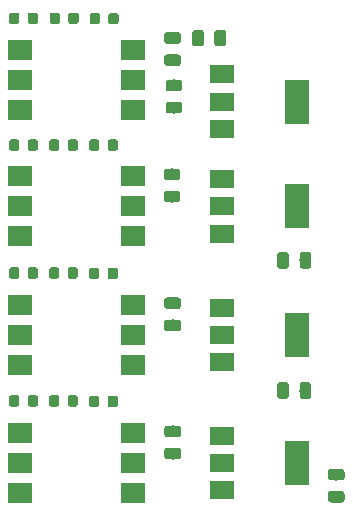
<source format=gtp>
G04 #@! TF.GenerationSoftware,KiCad,Pcbnew,5.0.2-bee76a0~70~ubuntu18.04.1*
G04 #@! TF.CreationDate,2020-07-21T15:58:49+05:30*
G04 #@! TF.ProjectId,switch_board_v1.1,73776974-6368-45f6-926f-6172645f7631,rev?*
G04 #@! TF.SameCoordinates,Original*
G04 #@! TF.FileFunction,Paste,Top*
G04 #@! TF.FilePolarity,Positive*
%FSLAX46Y46*%
G04 Gerber Fmt 4.6, Leading zero omitted, Abs format (unit mm)*
G04 Created by KiCad (PCBNEW 5.0.2-bee76a0~70~ubuntu18.04.1) date Tue Jul 21 15:58:49 2020*
%MOMM*%
%LPD*%
G01*
G04 APERTURE LIST*
%ADD10C,0.100000*%
%ADD11C,0.875000*%
%ADD12R,2.000000X3.800000*%
%ADD13R,2.000000X1.500000*%
%ADD14R,2.000000X1.780000*%
%ADD15C,0.975000*%
G04 APERTURE END LIST*
D10*
G04 #@! TO.C,D1*
G36*
X103437691Y-80126053D02*
X103458926Y-80129203D01*
X103479750Y-80134419D01*
X103499962Y-80141651D01*
X103519368Y-80150830D01*
X103537781Y-80161866D01*
X103555024Y-80174654D01*
X103570930Y-80189070D01*
X103585346Y-80204976D01*
X103598134Y-80222219D01*
X103609170Y-80240632D01*
X103618349Y-80260038D01*
X103625581Y-80280250D01*
X103630797Y-80301074D01*
X103633947Y-80322309D01*
X103635000Y-80343750D01*
X103635000Y-80856250D01*
X103633947Y-80877691D01*
X103630797Y-80898926D01*
X103625581Y-80919750D01*
X103618349Y-80939962D01*
X103609170Y-80959368D01*
X103598134Y-80977781D01*
X103585346Y-80995024D01*
X103570930Y-81010930D01*
X103555024Y-81025346D01*
X103537781Y-81038134D01*
X103519368Y-81049170D01*
X103499962Y-81058349D01*
X103479750Y-81065581D01*
X103458926Y-81070797D01*
X103437691Y-81073947D01*
X103416250Y-81075000D01*
X102978750Y-81075000D01*
X102957309Y-81073947D01*
X102936074Y-81070797D01*
X102915250Y-81065581D01*
X102895038Y-81058349D01*
X102875632Y-81049170D01*
X102857219Y-81038134D01*
X102839976Y-81025346D01*
X102824070Y-81010930D01*
X102809654Y-80995024D01*
X102796866Y-80977781D01*
X102785830Y-80959368D01*
X102776651Y-80939962D01*
X102769419Y-80919750D01*
X102764203Y-80898926D01*
X102761053Y-80877691D01*
X102760000Y-80856250D01*
X102760000Y-80343750D01*
X102761053Y-80322309D01*
X102764203Y-80301074D01*
X102769419Y-80280250D01*
X102776651Y-80260038D01*
X102785830Y-80240632D01*
X102796866Y-80222219D01*
X102809654Y-80204976D01*
X102824070Y-80189070D01*
X102839976Y-80174654D01*
X102857219Y-80161866D01*
X102875632Y-80150830D01*
X102895038Y-80141651D01*
X102915250Y-80134419D01*
X102936074Y-80129203D01*
X102957309Y-80126053D01*
X102978750Y-80125000D01*
X103416250Y-80125000D01*
X103437691Y-80126053D01*
X103437691Y-80126053D01*
G37*
D11*
X103197500Y-80600000D03*
D10*
G36*
X105012691Y-80126053D02*
X105033926Y-80129203D01*
X105054750Y-80134419D01*
X105074962Y-80141651D01*
X105094368Y-80150830D01*
X105112781Y-80161866D01*
X105130024Y-80174654D01*
X105145930Y-80189070D01*
X105160346Y-80204976D01*
X105173134Y-80222219D01*
X105184170Y-80240632D01*
X105193349Y-80260038D01*
X105200581Y-80280250D01*
X105205797Y-80301074D01*
X105208947Y-80322309D01*
X105210000Y-80343750D01*
X105210000Y-80856250D01*
X105208947Y-80877691D01*
X105205797Y-80898926D01*
X105200581Y-80919750D01*
X105193349Y-80939962D01*
X105184170Y-80959368D01*
X105173134Y-80977781D01*
X105160346Y-80995024D01*
X105145930Y-81010930D01*
X105130024Y-81025346D01*
X105112781Y-81038134D01*
X105094368Y-81049170D01*
X105074962Y-81058349D01*
X105054750Y-81065581D01*
X105033926Y-81070797D01*
X105012691Y-81073947D01*
X104991250Y-81075000D01*
X104553750Y-81075000D01*
X104532309Y-81073947D01*
X104511074Y-81070797D01*
X104490250Y-81065581D01*
X104470038Y-81058349D01*
X104450632Y-81049170D01*
X104432219Y-81038134D01*
X104414976Y-81025346D01*
X104399070Y-81010930D01*
X104384654Y-80995024D01*
X104371866Y-80977781D01*
X104360830Y-80959368D01*
X104351651Y-80939962D01*
X104344419Y-80919750D01*
X104339203Y-80898926D01*
X104336053Y-80877691D01*
X104335000Y-80856250D01*
X104335000Y-80343750D01*
X104336053Y-80322309D01*
X104339203Y-80301074D01*
X104344419Y-80280250D01*
X104351651Y-80260038D01*
X104360830Y-80240632D01*
X104371866Y-80222219D01*
X104384654Y-80204976D01*
X104399070Y-80189070D01*
X104414976Y-80174654D01*
X104432219Y-80161866D01*
X104450632Y-80150830D01*
X104470038Y-80141651D01*
X104490250Y-80134419D01*
X104511074Y-80129203D01*
X104532309Y-80126053D01*
X104553750Y-80125000D01*
X104991250Y-80125000D01*
X105012691Y-80126053D01*
X105012691Y-80126053D01*
G37*
D11*
X104772500Y-80600000D03*
G04 #@! TD*
D12*
G04 #@! TO.C,D2*
X120370000Y-85800000D03*
D13*
X114070000Y-85800000D03*
X114070000Y-88100000D03*
X114070000Y-83500000D03*
G04 #@! TD*
D10*
G04 #@! TO.C,D3*
G36*
X105012691Y-101826053D02*
X105033926Y-101829203D01*
X105054750Y-101834419D01*
X105074962Y-101841651D01*
X105094368Y-101850830D01*
X105112781Y-101861866D01*
X105130024Y-101874654D01*
X105145930Y-101889070D01*
X105160346Y-101904976D01*
X105173134Y-101922219D01*
X105184170Y-101940632D01*
X105193349Y-101960038D01*
X105200581Y-101980250D01*
X105205797Y-102001074D01*
X105208947Y-102022309D01*
X105210000Y-102043750D01*
X105210000Y-102556250D01*
X105208947Y-102577691D01*
X105205797Y-102598926D01*
X105200581Y-102619750D01*
X105193349Y-102639962D01*
X105184170Y-102659368D01*
X105173134Y-102677781D01*
X105160346Y-102695024D01*
X105145930Y-102710930D01*
X105130024Y-102725346D01*
X105112781Y-102738134D01*
X105094368Y-102749170D01*
X105074962Y-102758349D01*
X105054750Y-102765581D01*
X105033926Y-102770797D01*
X105012691Y-102773947D01*
X104991250Y-102775000D01*
X104553750Y-102775000D01*
X104532309Y-102773947D01*
X104511074Y-102770797D01*
X104490250Y-102765581D01*
X104470038Y-102758349D01*
X104450632Y-102749170D01*
X104432219Y-102738134D01*
X104414976Y-102725346D01*
X104399070Y-102710930D01*
X104384654Y-102695024D01*
X104371866Y-102677781D01*
X104360830Y-102659368D01*
X104351651Y-102639962D01*
X104344419Y-102619750D01*
X104339203Y-102598926D01*
X104336053Y-102577691D01*
X104335000Y-102556250D01*
X104335000Y-102043750D01*
X104336053Y-102022309D01*
X104339203Y-102001074D01*
X104344419Y-101980250D01*
X104351651Y-101960038D01*
X104360830Y-101940632D01*
X104371866Y-101922219D01*
X104384654Y-101904976D01*
X104399070Y-101889070D01*
X104414976Y-101874654D01*
X104432219Y-101861866D01*
X104450632Y-101850830D01*
X104470038Y-101841651D01*
X104490250Y-101834419D01*
X104511074Y-101829203D01*
X104532309Y-101826053D01*
X104553750Y-101825000D01*
X104991250Y-101825000D01*
X105012691Y-101826053D01*
X105012691Y-101826053D01*
G37*
D11*
X104772500Y-102300000D03*
D10*
G36*
X103437691Y-101826053D02*
X103458926Y-101829203D01*
X103479750Y-101834419D01*
X103499962Y-101841651D01*
X103519368Y-101850830D01*
X103537781Y-101861866D01*
X103555024Y-101874654D01*
X103570930Y-101889070D01*
X103585346Y-101904976D01*
X103598134Y-101922219D01*
X103609170Y-101940632D01*
X103618349Y-101960038D01*
X103625581Y-101980250D01*
X103630797Y-102001074D01*
X103633947Y-102022309D01*
X103635000Y-102043750D01*
X103635000Y-102556250D01*
X103633947Y-102577691D01*
X103630797Y-102598926D01*
X103625581Y-102619750D01*
X103618349Y-102639962D01*
X103609170Y-102659368D01*
X103598134Y-102677781D01*
X103585346Y-102695024D01*
X103570930Y-102710930D01*
X103555024Y-102725346D01*
X103537781Y-102738134D01*
X103519368Y-102749170D01*
X103499962Y-102758349D01*
X103479750Y-102765581D01*
X103458926Y-102770797D01*
X103437691Y-102773947D01*
X103416250Y-102775000D01*
X102978750Y-102775000D01*
X102957309Y-102773947D01*
X102936074Y-102770797D01*
X102915250Y-102765581D01*
X102895038Y-102758349D01*
X102875632Y-102749170D01*
X102857219Y-102738134D01*
X102839976Y-102725346D01*
X102824070Y-102710930D01*
X102809654Y-102695024D01*
X102796866Y-102677781D01*
X102785830Y-102659368D01*
X102776651Y-102639962D01*
X102769419Y-102619750D01*
X102764203Y-102598926D01*
X102761053Y-102577691D01*
X102760000Y-102556250D01*
X102760000Y-102043750D01*
X102761053Y-102022309D01*
X102764203Y-102001074D01*
X102769419Y-101980250D01*
X102776651Y-101960038D01*
X102785830Y-101940632D01*
X102796866Y-101922219D01*
X102809654Y-101904976D01*
X102824070Y-101889070D01*
X102839976Y-101874654D01*
X102857219Y-101861866D01*
X102875632Y-101850830D01*
X102895038Y-101841651D01*
X102915250Y-101834419D01*
X102936074Y-101829203D01*
X102957309Y-101826053D01*
X102978750Y-101825000D01*
X103416250Y-101825000D01*
X103437691Y-101826053D01*
X103437691Y-101826053D01*
G37*
D11*
X103197500Y-102300000D03*
G04 #@! TD*
D12*
G04 #@! TO.C,D4*
X120370000Y-107533332D03*
D13*
X114070000Y-107533332D03*
X114070000Y-109833332D03*
X114070000Y-105233332D03*
G04 #@! TD*
D10*
G04 #@! TO.C,D5*
G36*
X105012691Y-90996053D02*
X105033926Y-90999203D01*
X105054750Y-91004419D01*
X105074962Y-91011651D01*
X105094368Y-91020830D01*
X105112781Y-91031866D01*
X105130024Y-91044654D01*
X105145930Y-91059070D01*
X105160346Y-91074976D01*
X105173134Y-91092219D01*
X105184170Y-91110632D01*
X105193349Y-91130038D01*
X105200581Y-91150250D01*
X105205797Y-91171074D01*
X105208947Y-91192309D01*
X105210000Y-91213750D01*
X105210000Y-91726250D01*
X105208947Y-91747691D01*
X105205797Y-91768926D01*
X105200581Y-91789750D01*
X105193349Y-91809962D01*
X105184170Y-91829368D01*
X105173134Y-91847781D01*
X105160346Y-91865024D01*
X105145930Y-91880930D01*
X105130024Y-91895346D01*
X105112781Y-91908134D01*
X105094368Y-91919170D01*
X105074962Y-91928349D01*
X105054750Y-91935581D01*
X105033926Y-91940797D01*
X105012691Y-91943947D01*
X104991250Y-91945000D01*
X104553750Y-91945000D01*
X104532309Y-91943947D01*
X104511074Y-91940797D01*
X104490250Y-91935581D01*
X104470038Y-91928349D01*
X104450632Y-91919170D01*
X104432219Y-91908134D01*
X104414976Y-91895346D01*
X104399070Y-91880930D01*
X104384654Y-91865024D01*
X104371866Y-91847781D01*
X104360830Y-91829368D01*
X104351651Y-91809962D01*
X104344419Y-91789750D01*
X104339203Y-91768926D01*
X104336053Y-91747691D01*
X104335000Y-91726250D01*
X104335000Y-91213750D01*
X104336053Y-91192309D01*
X104339203Y-91171074D01*
X104344419Y-91150250D01*
X104351651Y-91130038D01*
X104360830Y-91110632D01*
X104371866Y-91092219D01*
X104384654Y-91074976D01*
X104399070Y-91059070D01*
X104414976Y-91044654D01*
X104432219Y-91031866D01*
X104450632Y-91020830D01*
X104470038Y-91011651D01*
X104490250Y-91004419D01*
X104511074Y-90999203D01*
X104532309Y-90996053D01*
X104553750Y-90995000D01*
X104991250Y-90995000D01*
X105012691Y-90996053D01*
X105012691Y-90996053D01*
G37*
D11*
X104772500Y-91470000D03*
D10*
G36*
X103437691Y-90996053D02*
X103458926Y-90999203D01*
X103479750Y-91004419D01*
X103499962Y-91011651D01*
X103519368Y-91020830D01*
X103537781Y-91031866D01*
X103555024Y-91044654D01*
X103570930Y-91059070D01*
X103585346Y-91074976D01*
X103598134Y-91092219D01*
X103609170Y-91110632D01*
X103618349Y-91130038D01*
X103625581Y-91150250D01*
X103630797Y-91171074D01*
X103633947Y-91192309D01*
X103635000Y-91213750D01*
X103635000Y-91726250D01*
X103633947Y-91747691D01*
X103630797Y-91768926D01*
X103625581Y-91789750D01*
X103618349Y-91809962D01*
X103609170Y-91829368D01*
X103598134Y-91847781D01*
X103585346Y-91865024D01*
X103570930Y-91880930D01*
X103555024Y-91895346D01*
X103537781Y-91908134D01*
X103519368Y-91919170D01*
X103499962Y-91928349D01*
X103479750Y-91935581D01*
X103458926Y-91940797D01*
X103437691Y-91943947D01*
X103416250Y-91945000D01*
X102978750Y-91945000D01*
X102957309Y-91943947D01*
X102936074Y-91940797D01*
X102915250Y-91935581D01*
X102895038Y-91928349D01*
X102875632Y-91919170D01*
X102857219Y-91908134D01*
X102839976Y-91895346D01*
X102824070Y-91880930D01*
X102809654Y-91865024D01*
X102796866Y-91847781D01*
X102785830Y-91829368D01*
X102776651Y-91809962D01*
X102769419Y-91789750D01*
X102764203Y-91768926D01*
X102761053Y-91747691D01*
X102760000Y-91726250D01*
X102760000Y-91213750D01*
X102761053Y-91192309D01*
X102764203Y-91171074D01*
X102769419Y-91150250D01*
X102776651Y-91130038D01*
X102785830Y-91110632D01*
X102796866Y-91092219D01*
X102809654Y-91074976D01*
X102824070Y-91059070D01*
X102839976Y-91044654D01*
X102857219Y-91031866D01*
X102875632Y-91020830D01*
X102895038Y-91011651D01*
X102915250Y-91004419D01*
X102936074Y-90999203D01*
X102957309Y-90996053D01*
X102978750Y-90995000D01*
X103416250Y-90995000D01*
X103437691Y-90996053D01*
X103437691Y-90996053D01*
G37*
D11*
X103197500Y-91470000D03*
G04 #@! TD*
D13*
G04 #@! TO.C,D6*
X114070000Y-94366666D03*
X114070000Y-98966666D03*
X114070000Y-96666666D03*
D12*
X120370000Y-96666666D03*
G04 #@! TD*
D10*
G04 #@! TO.C,D7*
G36*
X103497691Y-69426053D02*
X103518926Y-69429203D01*
X103539750Y-69434419D01*
X103559962Y-69441651D01*
X103579368Y-69450830D01*
X103597781Y-69461866D01*
X103615024Y-69474654D01*
X103630930Y-69489070D01*
X103645346Y-69504976D01*
X103658134Y-69522219D01*
X103669170Y-69540632D01*
X103678349Y-69560038D01*
X103685581Y-69580250D01*
X103690797Y-69601074D01*
X103693947Y-69622309D01*
X103695000Y-69643750D01*
X103695000Y-70156250D01*
X103693947Y-70177691D01*
X103690797Y-70198926D01*
X103685581Y-70219750D01*
X103678349Y-70239962D01*
X103669170Y-70259368D01*
X103658134Y-70277781D01*
X103645346Y-70295024D01*
X103630930Y-70310930D01*
X103615024Y-70325346D01*
X103597781Y-70338134D01*
X103579368Y-70349170D01*
X103559962Y-70358349D01*
X103539750Y-70365581D01*
X103518926Y-70370797D01*
X103497691Y-70373947D01*
X103476250Y-70375000D01*
X103038750Y-70375000D01*
X103017309Y-70373947D01*
X102996074Y-70370797D01*
X102975250Y-70365581D01*
X102955038Y-70358349D01*
X102935632Y-70349170D01*
X102917219Y-70338134D01*
X102899976Y-70325346D01*
X102884070Y-70310930D01*
X102869654Y-70295024D01*
X102856866Y-70277781D01*
X102845830Y-70259368D01*
X102836651Y-70239962D01*
X102829419Y-70219750D01*
X102824203Y-70198926D01*
X102821053Y-70177691D01*
X102820000Y-70156250D01*
X102820000Y-69643750D01*
X102821053Y-69622309D01*
X102824203Y-69601074D01*
X102829419Y-69580250D01*
X102836651Y-69560038D01*
X102845830Y-69540632D01*
X102856866Y-69522219D01*
X102869654Y-69504976D01*
X102884070Y-69489070D01*
X102899976Y-69474654D01*
X102917219Y-69461866D01*
X102935632Y-69450830D01*
X102955038Y-69441651D01*
X102975250Y-69434419D01*
X102996074Y-69429203D01*
X103017309Y-69426053D01*
X103038750Y-69425000D01*
X103476250Y-69425000D01*
X103497691Y-69426053D01*
X103497691Y-69426053D01*
G37*
D11*
X103257500Y-69900000D03*
D10*
G36*
X105072691Y-69426053D02*
X105093926Y-69429203D01*
X105114750Y-69434419D01*
X105134962Y-69441651D01*
X105154368Y-69450830D01*
X105172781Y-69461866D01*
X105190024Y-69474654D01*
X105205930Y-69489070D01*
X105220346Y-69504976D01*
X105233134Y-69522219D01*
X105244170Y-69540632D01*
X105253349Y-69560038D01*
X105260581Y-69580250D01*
X105265797Y-69601074D01*
X105268947Y-69622309D01*
X105270000Y-69643750D01*
X105270000Y-70156250D01*
X105268947Y-70177691D01*
X105265797Y-70198926D01*
X105260581Y-70219750D01*
X105253349Y-70239962D01*
X105244170Y-70259368D01*
X105233134Y-70277781D01*
X105220346Y-70295024D01*
X105205930Y-70310930D01*
X105190024Y-70325346D01*
X105172781Y-70338134D01*
X105154368Y-70349170D01*
X105134962Y-70358349D01*
X105114750Y-70365581D01*
X105093926Y-70370797D01*
X105072691Y-70373947D01*
X105051250Y-70375000D01*
X104613750Y-70375000D01*
X104592309Y-70373947D01*
X104571074Y-70370797D01*
X104550250Y-70365581D01*
X104530038Y-70358349D01*
X104510632Y-70349170D01*
X104492219Y-70338134D01*
X104474976Y-70325346D01*
X104459070Y-70310930D01*
X104444654Y-70295024D01*
X104431866Y-70277781D01*
X104420830Y-70259368D01*
X104411651Y-70239962D01*
X104404419Y-70219750D01*
X104399203Y-70198926D01*
X104396053Y-70177691D01*
X104395000Y-70156250D01*
X104395000Y-69643750D01*
X104396053Y-69622309D01*
X104399203Y-69601074D01*
X104404419Y-69580250D01*
X104411651Y-69560038D01*
X104420830Y-69540632D01*
X104431866Y-69522219D01*
X104444654Y-69504976D01*
X104459070Y-69489070D01*
X104474976Y-69474654D01*
X104492219Y-69461866D01*
X104510632Y-69450830D01*
X104530038Y-69441651D01*
X104550250Y-69434419D01*
X104571074Y-69429203D01*
X104592309Y-69426053D01*
X104613750Y-69425000D01*
X105051250Y-69425000D01*
X105072691Y-69426053D01*
X105072691Y-69426053D01*
G37*
D11*
X104832500Y-69900000D03*
G04 #@! TD*
D13*
G04 #@! TO.C,D8*
X114070000Y-74620000D03*
X114070000Y-79220000D03*
X114070000Y-76920000D03*
D12*
X120370000Y-76920000D03*
G04 #@! TD*
D10*
G04 #@! TO.C,R1*
G36*
X96675191Y-80126053D02*
X96696426Y-80129203D01*
X96717250Y-80134419D01*
X96737462Y-80141651D01*
X96756868Y-80150830D01*
X96775281Y-80161866D01*
X96792524Y-80174654D01*
X96808430Y-80189070D01*
X96822846Y-80204976D01*
X96835634Y-80222219D01*
X96846670Y-80240632D01*
X96855849Y-80260038D01*
X96863081Y-80280250D01*
X96868297Y-80301074D01*
X96871447Y-80322309D01*
X96872500Y-80343750D01*
X96872500Y-80856250D01*
X96871447Y-80877691D01*
X96868297Y-80898926D01*
X96863081Y-80919750D01*
X96855849Y-80939962D01*
X96846670Y-80959368D01*
X96835634Y-80977781D01*
X96822846Y-80995024D01*
X96808430Y-81010930D01*
X96792524Y-81025346D01*
X96775281Y-81038134D01*
X96756868Y-81049170D01*
X96737462Y-81058349D01*
X96717250Y-81065581D01*
X96696426Y-81070797D01*
X96675191Y-81073947D01*
X96653750Y-81075000D01*
X96216250Y-81075000D01*
X96194809Y-81073947D01*
X96173574Y-81070797D01*
X96152750Y-81065581D01*
X96132538Y-81058349D01*
X96113132Y-81049170D01*
X96094719Y-81038134D01*
X96077476Y-81025346D01*
X96061570Y-81010930D01*
X96047154Y-80995024D01*
X96034366Y-80977781D01*
X96023330Y-80959368D01*
X96014151Y-80939962D01*
X96006919Y-80919750D01*
X96001703Y-80898926D01*
X95998553Y-80877691D01*
X95997500Y-80856250D01*
X95997500Y-80343750D01*
X95998553Y-80322309D01*
X96001703Y-80301074D01*
X96006919Y-80280250D01*
X96014151Y-80260038D01*
X96023330Y-80240632D01*
X96034366Y-80222219D01*
X96047154Y-80204976D01*
X96061570Y-80189070D01*
X96077476Y-80174654D01*
X96094719Y-80161866D01*
X96113132Y-80150830D01*
X96132538Y-80141651D01*
X96152750Y-80134419D01*
X96173574Y-80129203D01*
X96194809Y-80126053D01*
X96216250Y-80125000D01*
X96653750Y-80125000D01*
X96675191Y-80126053D01*
X96675191Y-80126053D01*
G37*
D11*
X96435000Y-80600000D03*
D10*
G36*
X98250191Y-80126053D02*
X98271426Y-80129203D01*
X98292250Y-80134419D01*
X98312462Y-80141651D01*
X98331868Y-80150830D01*
X98350281Y-80161866D01*
X98367524Y-80174654D01*
X98383430Y-80189070D01*
X98397846Y-80204976D01*
X98410634Y-80222219D01*
X98421670Y-80240632D01*
X98430849Y-80260038D01*
X98438081Y-80280250D01*
X98443297Y-80301074D01*
X98446447Y-80322309D01*
X98447500Y-80343750D01*
X98447500Y-80856250D01*
X98446447Y-80877691D01*
X98443297Y-80898926D01*
X98438081Y-80919750D01*
X98430849Y-80939962D01*
X98421670Y-80959368D01*
X98410634Y-80977781D01*
X98397846Y-80995024D01*
X98383430Y-81010930D01*
X98367524Y-81025346D01*
X98350281Y-81038134D01*
X98331868Y-81049170D01*
X98312462Y-81058349D01*
X98292250Y-81065581D01*
X98271426Y-81070797D01*
X98250191Y-81073947D01*
X98228750Y-81075000D01*
X97791250Y-81075000D01*
X97769809Y-81073947D01*
X97748574Y-81070797D01*
X97727750Y-81065581D01*
X97707538Y-81058349D01*
X97688132Y-81049170D01*
X97669719Y-81038134D01*
X97652476Y-81025346D01*
X97636570Y-81010930D01*
X97622154Y-80995024D01*
X97609366Y-80977781D01*
X97598330Y-80959368D01*
X97589151Y-80939962D01*
X97581919Y-80919750D01*
X97576703Y-80898926D01*
X97573553Y-80877691D01*
X97572500Y-80856250D01*
X97572500Y-80343750D01*
X97573553Y-80322309D01*
X97576703Y-80301074D01*
X97581919Y-80280250D01*
X97589151Y-80260038D01*
X97598330Y-80240632D01*
X97609366Y-80222219D01*
X97622154Y-80204976D01*
X97636570Y-80189070D01*
X97652476Y-80174654D01*
X97669719Y-80161866D01*
X97688132Y-80150830D01*
X97707538Y-80141651D01*
X97727750Y-80134419D01*
X97748574Y-80129203D01*
X97769809Y-80126053D01*
X97791250Y-80125000D01*
X98228750Y-80125000D01*
X98250191Y-80126053D01*
X98250191Y-80126053D01*
G37*
D11*
X98010000Y-80600000D03*
G04 #@! TD*
D10*
G04 #@! TO.C,R2*
G36*
X100056441Y-80126053D02*
X100077676Y-80129203D01*
X100098500Y-80134419D01*
X100118712Y-80141651D01*
X100138118Y-80150830D01*
X100156531Y-80161866D01*
X100173774Y-80174654D01*
X100189680Y-80189070D01*
X100204096Y-80204976D01*
X100216884Y-80222219D01*
X100227920Y-80240632D01*
X100237099Y-80260038D01*
X100244331Y-80280250D01*
X100249547Y-80301074D01*
X100252697Y-80322309D01*
X100253750Y-80343750D01*
X100253750Y-80856250D01*
X100252697Y-80877691D01*
X100249547Y-80898926D01*
X100244331Y-80919750D01*
X100237099Y-80939962D01*
X100227920Y-80959368D01*
X100216884Y-80977781D01*
X100204096Y-80995024D01*
X100189680Y-81010930D01*
X100173774Y-81025346D01*
X100156531Y-81038134D01*
X100138118Y-81049170D01*
X100118712Y-81058349D01*
X100098500Y-81065581D01*
X100077676Y-81070797D01*
X100056441Y-81073947D01*
X100035000Y-81075000D01*
X99597500Y-81075000D01*
X99576059Y-81073947D01*
X99554824Y-81070797D01*
X99534000Y-81065581D01*
X99513788Y-81058349D01*
X99494382Y-81049170D01*
X99475969Y-81038134D01*
X99458726Y-81025346D01*
X99442820Y-81010930D01*
X99428404Y-80995024D01*
X99415616Y-80977781D01*
X99404580Y-80959368D01*
X99395401Y-80939962D01*
X99388169Y-80919750D01*
X99382953Y-80898926D01*
X99379803Y-80877691D01*
X99378750Y-80856250D01*
X99378750Y-80343750D01*
X99379803Y-80322309D01*
X99382953Y-80301074D01*
X99388169Y-80280250D01*
X99395401Y-80260038D01*
X99404580Y-80240632D01*
X99415616Y-80222219D01*
X99428404Y-80204976D01*
X99442820Y-80189070D01*
X99458726Y-80174654D01*
X99475969Y-80161866D01*
X99494382Y-80150830D01*
X99513788Y-80141651D01*
X99534000Y-80134419D01*
X99554824Y-80129203D01*
X99576059Y-80126053D01*
X99597500Y-80125000D01*
X100035000Y-80125000D01*
X100056441Y-80126053D01*
X100056441Y-80126053D01*
G37*
D11*
X99816250Y-80600000D03*
D10*
G36*
X101631441Y-80126053D02*
X101652676Y-80129203D01*
X101673500Y-80134419D01*
X101693712Y-80141651D01*
X101713118Y-80150830D01*
X101731531Y-80161866D01*
X101748774Y-80174654D01*
X101764680Y-80189070D01*
X101779096Y-80204976D01*
X101791884Y-80222219D01*
X101802920Y-80240632D01*
X101812099Y-80260038D01*
X101819331Y-80280250D01*
X101824547Y-80301074D01*
X101827697Y-80322309D01*
X101828750Y-80343750D01*
X101828750Y-80856250D01*
X101827697Y-80877691D01*
X101824547Y-80898926D01*
X101819331Y-80919750D01*
X101812099Y-80939962D01*
X101802920Y-80959368D01*
X101791884Y-80977781D01*
X101779096Y-80995024D01*
X101764680Y-81010930D01*
X101748774Y-81025346D01*
X101731531Y-81038134D01*
X101713118Y-81049170D01*
X101693712Y-81058349D01*
X101673500Y-81065581D01*
X101652676Y-81070797D01*
X101631441Y-81073947D01*
X101610000Y-81075000D01*
X101172500Y-81075000D01*
X101151059Y-81073947D01*
X101129824Y-81070797D01*
X101109000Y-81065581D01*
X101088788Y-81058349D01*
X101069382Y-81049170D01*
X101050969Y-81038134D01*
X101033726Y-81025346D01*
X101017820Y-81010930D01*
X101003404Y-80995024D01*
X100990616Y-80977781D01*
X100979580Y-80959368D01*
X100970401Y-80939962D01*
X100963169Y-80919750D01*
X100957953Y-80898926D01*
X100954803Y-80877691D01*
X100953750Y-80856250D01*
X100953750Y-80343750D01*
X100954803Y-80322309D01*
X100957953Y-80301074D01*
X100963169Y-80280250D01*
X100970401Y-80260038D01*
X100979580Y-80240632D01*
X100990616Y-80222219D01*
X101003404Y-80204976D01*
X101017820Y-80189070D01*
X101033726Y-80174654D01*
X101050969Y-80161866D01*
X101069382Y-80150830D01*
X101088788Y-80141651D01*
X101109000Y-80134419D01*
X101129824Y-80129203D01*
X101151059Y-80126053D01*
X101172500Y-80125000D01*
X101610000Y-80125000D01*
X101631441Y-80126053D01*
X101631441Y-80126053D01*
G37*
D11*
X101391250Y-80600000D03*
G04 #@! TD*
D10*
G04 #@! TO.C,R5*
G36*
X96675191Y-101786053D02*
X96696426Y-101789203D01*
X96717250Y-101794419D01*
X96737462Y-101801651D01*
X96756868Y-101810830D01*
X96775281Y-101821866D01*
X96792524Y-101834654D01*
X96808430Y-101849070D01*
X96822846Y-101864976D01*
X96835634Y-101882219D01*
X96846670Y-101900632D01*
X96855849Y-101920038D01*
X96863081Y-101940250D01*
X96868297Y-101961074D01*
X96871447Y-101982309D01*
X96872500Y-102003750D01*
X96872500Y-102516250D01*
X96871447Y-102537691D01*
X96868297Y-102558926D01*
X96863081Y-102579750D01*
X96855849Y-102599962D01*
X96846670Y-102619368D01*
X96835634Y-102637781D01*
X96822846Y-102655024D01*
X96808430Y-102670930D01*
X96792524Y-102685346D01*
X96775281Y-102698134D01*
X96756868Y-102709170D01*
X96737462Y-102718349D01*
X96717250Y-102725581D01*
X96696426Y-102730797D01*
X96675191Y-102733947D01*
X96653750Y-102735000D01*
X96216250Y-102735000D01*
X96194809Y-102733947D01*
X96173574Y-102730797D01*
X96152750Y-102725581D01*
X96132538Y-102718349D01*
X96113132Y-102709170D01*
X96094719Y-102698134D01*
X96077476Y-102685346D01*
X96061570Y-102670930D01*
X96047154Y-102655024D01*
X96034366Y-102637781D01*
X96023330Y-102619368D01*
X96014151Y-102599962D01*
X96006919Y-102579750D01*
X96001703Y-102558926D01*
X95998553Y-102537691D01*
X95997500Y-102516250D01*
X95997500Y-102003750D01*
X95998553Y-101982309D01*
X96001703Y-101961074D01*
X96006919Y-101940250D01*
X96014151Y-101920038D01*
X96023330Y-101900632D01*
X96034366Y-101882219D01*
X96047154Y-101864976D01*
X96061570Y-101849070D01*
X96077476Y-101834654D01*
X96094719Y-101821866D01*
X96113132Y-101810830D01*
X96132538Y-101801651D01*
X96152750Y-101794419D01*
X96173574Y-101789203D01*
X96194809Y-101786053D01*
X96216250Y-101785000D01*
X96653750Y-101785000D01*
X96675191Y-101786053D01*
X96675191Y-101786053D01*
G37*
D11*
X96435000Y-102260000D03*
D10*
G36*
X98250191Y-101786053D02*
X98271426Y-101789203D01*
X98292250Y-101794419D01*
X98312462Y-101801651D01*
X98331868Y-101810830D01*
X98350281Y-101821866D01*
X98367524Y-101834654D01*
X98383430Y-101849070D01*
X98397846Y-101864976D01*
X98410634Y-101882219D01*
X98421670Y-101900632D01*
X98430849Y-101920038D01*
X98438081Y-101940250D01*
X98443297Y-101961074D01*
X98446447Y-101982309D01*
X98447500Y-102003750D01*
X98447500Y-102516250D01*
X98446447Y-102537691D01*
X98443297Y-102558926D01*
X98438081Y-102579750D01*
X98430849Y-102599962D01*
X98421670Y-102619368D01*
X98410634Y-102637781D01*
X98397846Y-102655024D01*
X98383430Y-102670930D01*
X98367524Y-102685346D01*
X98350281Y-102698134D01*
X98331868Y-102709170D01*
X98312462Y-102718349D01*
X98292250Y-102725581D01*
X98271426Y-102730797D01*
X98250191Y-102733947D01*
X98228750Y-102735000D01*
X97791250Y-102735000D01*
X97769809Y-102733947D01*
X97748574Y-102730797D01*
X97727750Y-102725581D01*
X97707538Y-102718349D01*
X97688132Y-102709170D01*
X97669719Y-102698134D01*
X97652476Y-102685346D01*
X97636570Y-102670930D01*
X97622154Y-102655024D01*
X97609366Y-102637781D01*
X97598330Y-102619368D01*
X97589151Y-102599962D01*
X97581919Y-102579750D01*
X97576703Y-102558926D01*
X97573553Y-102537691D01*
X97572500Y-102516250D01*
X97572500Y-102003750D01*
X97573553Y-101982309D01*
X97576703Y-101961074D01*
X97581919Y-101940250D01*
X97589151Y-101920038D01*
X97598330Y-101900632D01*
X97609366Y-101882219D01*
X97622154Y-101864976D01*
X97636570Y-101849070D01*
X97652476Y-101834654D01*
X97669719Y-101821866D01*
X97688132Y-101810830D01*
X97707538Y-101801651D01*
X97727750Y-101794419D01*
X97748574Y-101789203D01*
X97769809Y-101786053D01*
X97791250Y-101785000D01*
X98228750Y-101785000D01*
X98250191Y-101786053D01*
X98250191Y-101786053D01*
G37*
D11*
X98010000Y-102260000D03*
G04 #@! TD*
D10*
G04 #@! TO.C,R6*
G36*
X100056441Y-101786053D02*
X100077676Y-101789203D01*
X100098500Y-101794419D01*
X100118712Y-101801651D01*
X100138118Y-101810830D01*
X100156531Y-101821866D01*
X100173774Y-101834654D01*
X100189680Y-101849070D01*
X100204096Y-101864976D01*
X100216884Y-101882219D01*
X100227920Y-101900632D01*
X100237099Y-101920038D01*
X100244331Y-101940250D01*
X100249547Y-101961074D01*
X100252697Y-101982309D01*
X100253750Y-102003750D01*
X100253750Y-102516250D01*
X100252697Y-102537691D01*
X100249547Y-102558926D01*
X100244331Y-102579750D01*
X100237099Y-102599962D01*
X100227920Y-102619368D01*
X100216884Y-102637781D01*
X100204096Y-102655024D01*
X100189680Y-102670930D01*
X100173774Y-102685346D01*
X100156531Y-102698134D01*
X100138118Y-102709170D01*
X100118712Y-102718349D01*
X100098500Y-102725581D01*
X100077676Y-102730797D01*
X100056441Y-102733947D01*
X100035000Y-102735000D01*
X99597500Y-102735000D01*
X99576059Y-102733947D01*
X99554824Y-102730797D01*
X99534000Y-102725581D01*
X99513788Y-102718349D01*
X99494382Y-102709170D01*
X99475969Y-102698134D01*
X99458726Y-102685346D01*
X99442820Y-102670930D01*
X99428404Y-102655024D01*
X99415616Y-102637781D01*
X99404580Y-102619368D01*
X99395401Y-102599962D01*
X99388169Y-102579750D01*
X99382953Y-102558926D01*
X99379803Y-102537691D01*
X99378750Y-102516250D01*
X99378750Y-102003750D01*
X99379803Y-101982309D01*
X99382953Y-101961074D01*
X99388169Y-101940250D01*
X99395401Y-101920038D01*
X99404580Y-101900632D01*
X99415616Y-101882219D01*
X99428404Y-101864976D01*
X99442820Y-101849070D01*
X99458726Y-101834654D01*
X99475969Y-101821866D01*
X99494382Y-101810830D01*
X99513788Y-101801651D01*
X99534000Y-101794419D01*
X99554824Y-101789203D01*
X99576059Y-101786053D01*
X99597500Y-101785000D01*
X100035000Y-101785000D01*
X100056441Y-101786053D01*
X100056441Y-101786053D01*
G37*
D11*
X99816250Y-102260000D03*
D10*
G36*
X101631441Y-101786053D02*
X101652676Y-101789203D01*
X101673500Y-101794419D01*
X101693712Y-101801651D01*
X101713118Y-101810830D01*
X101731531Y-101821866D01*
X101748774Y-101834654D01*
X101764680Y-101849070D01*
X101779096Y-101864976D01*
X101791884Y-101882219D01*
X101802920Y-101900632D01*
X101812099Y-101920038D01*
X101819331Y-101940250D01*
X101824547Y-101961074D01*
X101827697Y-101982309D01*
X101828750Y-102003750D01*
X101828750Y-102516250D01*
X101827697Y-102537691D01*
X101824547Y-102558926D01*
X101819331Y-102579750D01*
X101812099Y-102599962D01*
X101802920Y-102619368D01*
X101791884Y-102637781D01*
X101779096Y-102655024D01*
X101764680Y-102670930D01*
X101748774Y-102685346D01*
X101731531Y-102698134D01*
X101713118Y-102709170D01*
X101693712Y-102718349D01*
X101673500Y-102725581D01*
X101652676Y-102730797D01*
X101631441Y-102733947D01*
X101610000Y-102735000D01*
X101172500Y-102735000D01*
X101151059Y-102733947D01*
X101129824Y-102730797D01*
X101109000Y-102725581D01*
X101088788Y-102718349D01*
X101069382Y-102709170D01*
X101050969Y-102698134D01*
X101033726Y-102685346D01*
X101017820Y-102670930D01*
X101003404Y-102655024D01*
X100990616Y-102637781D01*
X100979580Y-102619368D01*
X100970401Y-102599962D01*
X100963169Y-102579750D01*
X100957953Y-102558926D01*
X100954803Y-102537691D01*
X100953750Y-102516250D01*
X100953750Y-102003750D01*
X100954803Y-101982309D01*
X100957953Y-101961074D01*
X100963169Y-101940250D01*
X100970401Y-101920038D01*
X100979580Y-101900632D01*
X100990616Y-101882219D01*
X101003404Y-101864976D01*
X101017820Y-101849070D01*
X101033726Y-101834654D01*
X101050969Y-101821866D01*
X101069382Y-101810830D01*
X101088788Y-101801651D01*
X101109000Y-101794419D01*
X101129824Y-101789203D01*
X101151059Y-101786053D01*
X101172500Y-101785000D01*
X101610000Y-101785000D01*
X101631441Y-101786053D01*
X101631441Y-101786053D01*
G37*
D11*
X101391250Y-102260000D03*
G04 #@! TD*
D10*
G04 #@! TO.C,R9*
G36*
X98250191Y-90956053D02*
X98271426Y-90959203D01*
X98292250Y-90964419D01*
X98312462Y-90971651D01*
X98331868Y-90980830D01*
X98350281Y-90991866D01*
X98367524Y-91004654D01*
X98383430Y-91019070D01*
X98397846Y-91034976D01*
X98410634Y-91052219D01*
X98421670Y-91070632D01*
X98430849Y-91090038D01*
X98438081Y-91110250D01*
X98443297Y-91131074D01*
X98446447Y-91152309D01*
X98447500Y-91173750D01*
X98447500Y-91686250D01*
X98446447Y-91707691D01*
X98443297Y-91728926D01*
X98438081Y-91749750D01*
X98430849Y-91769962D01*
X98421670Y-91789368D01*
X98410634Y-91807781D01*
X98397846Y-91825024D01*
X98383430Y-91840930D01*
X98367524Y-91855346D01*
X98350281Y-91868134D01*
X98331868Y-91879170D01*
X98312462Y-91888349D01*
X98292250Y-91895581D01*
X98271426Y-91900797D01*
X98250191Y-91903947D01*
X98228750Y-91905000D01*
X97791250Y-91905000D01*
X97769809Y-91903947D01*
X97748574Y-91900797D01*
X97727750Y-91895581D01*
X97707538Y-91888349D01*
X97688132Y-91879170D01*
X97669719Y-91868134D01*
X97652476Y-91855346D01*
X97636570Y-91840930D01*
X97622154Y-91825024D01*
X97609366Y-91807781D01*
X97598330Y-91789368D01*
X97589151Y-91769962D01*
X97581919Y-91749750D01*
X97576703Y-91728926D01*
X97573553Y-91707691D01*
X97572500Y-91686250D01*
X97572500Y-91173750D01*
X97573553Y-91152309D01*
X97576703Y-91131074D01*
X97581919Y-91110250D01*
X97589151Y-91090038D01*
X97598330Y-91070632D01*
X97609366Y-91052219D01*
X97622154Y-91034976D01*
X97636570Y-91019070D01*
X97652476Y-91004654D01*
X97669719Y-90991866D01*
X97688132Y-90980830D01*
X97707538Y-90971651D01*
X97727750Y-90964419D01*
X97748574Y-90959203D01*
X97769809Y-90956053D01*
X97791250Y-90955000D01*
X98228750Y-90955000D01*
X98250191Y-90956053D01*
X98250191Y-90956053D01*
G37*
D11*
X98010000Y-91430000D03*
D10*
G36*
X96675191Y-90956053D02*
X96696426Y-90959203D01*
X96717250Y-90964419D01*
X96737462Y-90971651D01*
X96756868Y-90980830D01*
X96775281Y-90991866D01*
X96792524Y-91004654D01*
X96808430Y-91019070D01*
X96822846Y-91034976D01*
X96835634Y-91052219D01*
X96846670Y-91070632D01*
X96855849Y-91090038D01*
X96863081Y-91110250D01*
X96868297Y-91131074D01*
X96871447Y-91152309D01*
X96872500Y-91173750D01*
X96872500Y-91686250D01*
X96871447Y-91707691D01*
X96868297Y-91728926D01*
X96863081Y-91749750D01*
X96855849Y-91769962D01*
X96846670Y-91789368D01*
X96835634Y-91807781D01*
X96822846Y-91825024D01*
X96808430Y-91840930D01*
X96792524Y-91855346D01*
X96775281Y-91868134D01*
X96756868Y-91879170D01*
X96737462Y-91888349D01*
X96717250Y-91895581D01*
X96696426Y-91900797D01*
X96675191Y-91903947D01*
X96653750Y-91905000D01*
X96216250Y-91905000D01*
X96194809Y-91903947D01*
X96173574Y-91900797D01*
X96152750Y-91895581D01*
X96132538Y-91888349D01*
X96113132Y-91879170D01*
X96094719Y-91868134D01*
X96077476Y-91855346D01*
X96061570Y-91840930D01*
X96047154Y-91825024D01*
X96034366Y-91807781D01*
X96023330Y-91789368D01*
X96014151Y-91769962D01*
X96006919Y-91749750D01*
X96001703Y-91728926D01*
X95998553Y-91707691D01*
X95997500Y-91686250D01*
X95997500Y-91173750D01*
X95998553Y-91152309D01*
X96001703Y-91131074D01*
X96006919Y-91110250D01*
X96014151Y-91090038D01*
X96023330Y-91070632D01*
X96034366Y-91052219D01*
X96047154Y-91034976D01*
X96061570Y-91019070D01*
X96077476Y-91004654D01*
X96094719Y-90991866D01*
X96113132Y-90980830D01*
X96132538Y-90971651D01*
X96152750Y-90964419D01*
X96173574Y-90959203D01*
X96194809Y-90956053D01*
X96216250Y-90955000D01*
X96653750Y-90955000D01*
X96675191Y-90956053D01*
X96675191Y-90956053D01*
G37*
D11*
X96435000Y-91430000D03*
G04 #@! TD*
D10*
G04 #@! TO.C,R10*
G36*
X101631441Y-90956053D02*
X101652676Y-90959203D01*
X101673500Y-90964419D01*
X101693712Y-90971651D01*
X101713118Y-90980830D01*
X101731531Y-90991866D01*
X101748774Y-91004654D01*
X101764680Y-91019070D01*
X101779096Y-91034976D01*
X101791884Y-91052219D01*
X101802920Y-91070632D01*
X101812099Y-91090038D01*
X101819331Y-91110250D01*
X101824547Y-91131074D01*
X101827697Y-91152309D01*
X101828750Y-91173750D01*
X101828750Y-91686250D01*
X101827697Y-91707691D01*
X101824547Y-91728926D01*
X101819331Y-91749750D01*
X101812099Y-91769962D01*
X101802920Y-91789368D01*
X101791884Y-91807781D01*
X101779096Y-91825024D01*
X101764680Y-91840930D01*
X101748774Y-91855346D01*
X101731531Y-91868134D01*
X101713118Y-91879170D01*
X101693712Y-91888349D01*
X101673500Y-91895581D01*
X101652676Y-91900797D01*
X101631441Y-91903947D01*
X101610000Y-91905000D01*
X101172500Y-91905000D01*
X101151059Y-91903947D01*
X101129824Y-91900797D01*
X101109000Y-91895581D01*
X101088788Y-91888349D01*
X101069382Y-91879170D01*
X101050969Y-91868134D01*
X101033726Y-91855346D01*
X101017820Y-91840930D01*
X101003404Y-91825024D01*
X100990616Y-91807781D01*
X100979580Y-91789368D01*
X100970401Y-91769962D01*
X100963169Y-91749750D01*
X100957953Y-91728926D01*
X100954803Y-91707691D01*
X100953750Y-91686250D01*
X100953750Y-91173750D01*
X100954803Y-91152309D01*
X100957953Y-91131074D01*
X100963169Y-91110250D01*
X100970401Y-91090038D01*
X100979580Y-91070632D01*
X100990616Y-91052219D01*
X101003404Y-91034976D01*
X101017820Y-91019070D01*
X101033726Y-91004654D01*
X101050969Y-90991866D01*
X101069382Y-90980830D01*
X101088788Y-90971651D01*
X101109000Y-90964419D01*
X101129824Y-90959203D01*
X101151059Y-90956053D01*
X101172500Y-90955000D01*
X101610000Y-90955000D01*
X101631441Y-90956053D01*
X101631441Y-90956053D01*
G37*
D11*
X101391250Y-91430000D03*
D10*
G36*
X100056441Y-90956053D02*
X100077676Y-90959203D01*
X100098500Y-90964419D01*
X100118712Y-90971651D01*
X100138118Y-90980830D01*
X100156531Y-90991866D01*
X100173774Y-91004654D01*
X100189680Y-91019070D01*
X100204096Y-91034976D01*
X100216884Y-91052219D01*
X100227920Y-91070632D01*
X100237099Y-91090038D01*
X100244331Y-91110250D01*
X100249547Y-91131074D01*
X100252697Y-91152309D01*
X100253750Y-91173750D01*
X100253750Y-91686250D01*
X100252697Y-91707691D01*
X100249547Y-91728926D01*
X100244331Y-91749750D01*
X100237099Y-91769962D01*
X100227920Y-91789368D01*
X100216884Y-91807781D01*
X100204096Y-91825024D01*
X100189680Y-91840930D01*
X100173774Y-91855346D01*
X100156531Y-91868134D01*
X100138118Y-91879170D01*
X100118712Y-91888349D01*
X100098500Y-91895581D01*
X100077676Y-91900797D01*
X100056441Y-91903947D01*
X100035000Y-91905000D01*
X99597500Y-91905000D01*
X99576059Y-91903947D01*
X99554824Y-91900797D01*
X99534000Y-91895581D01*
X99513788Y-91888349D01*
X99494382Y-91879170D01*
X99475969Y-91868134D01*
X99458726Y-91855346D01*
X99442820Y-91840930D01*
X99428404Y-91825024D01*
X99415616Y-91807781D01*
X99404580Y-91789368D01*
X99395401Y-91769962D01*
X99388169Y-91749750D01*
X99382953Y-91728926D01*
X99379803Y-91707691D01*
X99378750Y-91686250D01*
X99378750Y-91173750D01*
X99379803Y-91152309D01*
X99382953Y-91131074D01*
X99388169Y-91110250D01*
X99395401Y-91090038D01*
X99404580Y-91070632D01*
X99415616Y-91052219D01*
X99428404Y-91034976D01*
X99442820Y-91019070D01*
X99458726Y-91004654D01*
X99475969Y-90991866D01*
X99494382Y-90980830D01*
X99513788Y-90971651D01*
X99534000Y-90964419D01*
X99554824Y-90959203D01*
X99576059Y-90956053D01*
X99597500Y-90955000D01*
X100035000Y-90955000D01*
X100056441Y-90956053D01*
X100056441Y-90956053D01*
G37*
D11*
X99816250Y-91430000D03*
G04 #@! TD*
D10*
G04 #@! TO.C,R13*
G36*
X96675191Y-69386053D02*
X96696426Y-69389203D01*
X96717250Y-69394419D01*
X96737462Y-69401651D01*
X96756868Y-69410830D01*
X96775281Y-69421866D01*
X96792524Y-69434654D01*
X96808430Y-69449070D01*
X96822846Y-69464976D01*
X96835634Y-69482219D01*
X96846670Y-69500632D01*
X96855849Y-69520038D01*
X96863081Y-69540250D01*
X96868297Y-69561074D01*
X96871447Y-69582309D01*
X96872500Y-69603750D01*
X96872500Y-70116250D01*
X96871447Y-70137691D01*
X96868297Y-70158926D01*
X96863081Y-70179750D01*
X96855849Y-70199962D01*
X96846670Y-70219368D01*
X96835634Y-70237781D01*
X96822846Y-70255024D01*
X96808430Y-70270930D01*
X96792524Y-70285346D01*
X96775281Y-70298134D01*
X96756868Y-70309170D01*
X96737462Y-70318349D01*
X96717250Y-70325581D01*
X96696426Y-70330797D01*
X96675191Y-70333947D01*
X96653750Y-70335000D01*
X96216250Y-70335000D01*
X96194809Y-70333947D01*
X96173574Y-70330797D01*
X96152750Y-70325581D01*
X96132538Y-70318349D01*
X96113132Y-70309170D01*
X96094719Y-70298134D01*
X96077476Y-70285346D01*
X96061570Y-70270930D01*
X96047154Y-70255024D01*
X96034366Y-70237781D01*
X96023330Y-70219368D01*
X96014151Y-70199962D01*
X96006919Y-70179750D01*
X96001703Y-70158926D01*
X95998553Y-70137691D01*
X95997500Y-70116250D01*
X95997500Y-69603750D01*
X95998553Y-69582309D01*
X96001703Y-69561074D01*
X96006919Y-69540250D01*
X96014151Y-69520038D01*
X96023330Y-69500632D01*
X96034366Y-69482219D01*
X96047154Y-69464976D01*
X96061570Y-69449070D01*
X96077476Y-69434654D01*
X96094719Y-69421866D01*
X96113132Y-69410830D01*
X96132538Y-69401651D01*
X96152750Y-69394419D01*
X96173574Y-69389203D01*
X96194809Y-69386053D01*
X96216250Y-69385000D01*
X96653750Y-69385000D01*
X96675191Y-69386053D01*
X96675191Y-69386053D01*
G37*
D11*
X96435000Y-69860000D03*
D10*
G36*
X98250191Y-69386053D02*
X98271426Y-69389203D01*
X98292250Y-69394419D01*
X98312462Y-69401651D01*
X98331868Y-69410830D01*
X98350281Y-69421866D01*
X98367524Y-69434654D01*
X98383430Y-69449070D01*
X98397846Y-69464976D01*
X98410634Y-69482219D01*
X98421670Y-69500632D01*
X98430849Y-69520038D01*
X98438081Y-69540250D01*
X98443297Y-69561074D01*
X98446447Y-69582309D01*
X98447500Y-69603750D01*
X98447500Y-70116250D01*
X98446447Y-70137691D01*
X98443297Y-70158926D01*
X98438081Y-70179750D01*
X98430849Y-70199962D01*
X98421670Y-70219368D01*
X98410634Y-70237781D01*
X98397846Y-70255024D01*
X98383430Y-70270930D01*
X98367524Y-70285346D01*
X98350281Y-70298134D01*
X98331868Y-70309170D01*
X98312462Y-70318349D01*
X98292250Y-70325581D01*
X98271426Y-70330797D01*
X98250191Y-70333947D01*
X98228750Y-70335000D01*
X97791250Y-70335000D01*
X97769809Y-70333947D01*
X97748574Y-70330797D01*
X97727750Y-70325581D01*
X97707538Y-70318349D01*
X97688132Y-70309170D01*
X97669719Y-70298134D01*
X97652476Y-70285346D01*
X97636570Y-70270930D01*
X97622154Y-70255024D01*
X97609366Y-70237781D01*
X97598330Y-70219368D01*
X97589151Y-70199962D01*
X97581919Y-70179750D01*
X97576703Y-70158926D01*
X97573553Y-70137691D01*
X97572500Y-70116250D01*
X97572500Y-69603750D01*
X97573553Y-69582309D01*
X97576703Y-69561074D01*
X97581919Y-69540250D01*
X97589151Y-69520038D01*
X97598330Y-69500632D01*
X97609366Y-69482219D01*
X97622154Y-69464976D01*
X97636570Y-69449070D01*
X97652476Y-69434654D01*
X97669719Y-69421866D01*
X97688132Y-69410830D01*
X97707538Y-69401651D01*
X97727750Y-69394419D01*
X97748574Y-69389203D01*
X97769809Y-69386053D01*
X97791250Y-69385000D01*
X98228750Y-69385000D01*
X98250191Y-69386053D01*
X98250191Y-69386053D01*
G37*
D11*
X98010000Y-69860000D03*
G04 #@! TD*
D10*
G04 #@! TO.C,R14*
G36*
X100116441Y-69386053D02*
X100137676Y-69389203D01*
X100158500Y-69394419D01*
X100178712Y-69401651D01*
X100198118Y-69410830D01*
X100216531Y-69421866D01*
X100233774Y-69434654D01*
X100249680Y-69449070D01*
X100264096Y-69464976D01*
X100276884Y-69482219D01*
X100287920Y-69500632D01*
X100297099Y-69520038D01*
X100304331Y-69540250D01*
X100309547Y-69561074D01*
X100312697Y-69582309D01*
X100313750Y-69603750D01*
X100313750Y-70116250D01*
X100312697Y-70137691D01*
X100309547Y-70158926D01*
X100304331Y-70179750D01*
X100297099Y-70199962D01*
X100287920Y-70219368D01*
X100276884Y-70237781D01*
X100264096Y-70255024D01*
X100249680Y-70270930D01*
X100233774Y-70285346D01*
X100216531Y-70298134D01*
X100198118Y-70309170D01*
X100178712Y-70318349D01*
X100158500Y-70325581D01*
X100137676Y-70330797D01*
X100116441Y-70333947D01*
X100095000Y-70335000D01*
X99657500Y-70335000D01*
X99636059Y-70333947D01*
X99614824Y-70330797D01*
X99594000Y-70325581D01*
X99573788Y-70318349D01*
X99554382Y-70309170D01*
X99535969Y-70298134D01*
X99518726Y-70285346D01*
X99502820Y-70270930D01*
X99488404Y-70255024D01*
X99475616Y-70237781D01*
X99464580Y-70219368D01*
X99455401Y-70199962D01*
X99448169Y-70179750D01*
X99442953Y-70158926D01*
X99439803Y-70137691D01*
X99438750Y-70116250D01*
X99438750Y-69603750D01*
X99439803Y-69582309D01*
X99442953Y-69561074D01*
X99448169Y-69540250D01*
X99455401Y-69520038D01*
X99464580Y-69500632D01*
X99475616Y-69482219D01*
X99488404Y-69464976D01*
X99502820Y-69449070D01*
X99518726Y-69434654D01*
X99535969Y-69421866D01*
X99554382Y-69410830D01*
X99573788Y-69401651D01*
X99594000Y-69394419D01*
X99614824Y-69389203D01*
X99636059Y-69386053D01*
X99657500Y-69385000D01*
X100095000Y-69385000D01*
X100116441Y-69386053D01*
X100116441Y-69386053D01*
G37*
D11*
X99876250Y-69860000D03*
D10*
G36*
X101691441Y-69386053D02*
X101712676Y-69389203D01*
X101733500Y-69394419D01*
X101753712Y-69401651D01*
X101773118Y-69410830D01*
X101791531Y-69421866D01*
X101808774Y-69434654D01*
X101824680Y-69449070D01*
X101839096Y-69464976D01*
X101851884Y-69482219D01*
X101862920Y-69500632D01*
X101872099Y-69520038D01*
X101879331Y-69540250D01*
X101884547Y-69561074D01*
X101887697Y-69582309D01*
X101888750Y-69603750D01*
X101888750Y-70116250D01*
X101887697Y-70137691D01*
X101884547Y-70158926D01*
X101879331Y-70179750D01*
X101872099Y-70199962D01*
X101862920Y-70219368D01*
X101851884Y-70237781D01*
X101839096Y-70255024D01*
X101824680Y-70270930D01*
X101808774Y-70285346D01*
X101791531Y-70298134D01*
X101773118Y-70309170D01*
X101753712Y-70318349D01*
X101733500Y-70325581D01*
X101712676Y-70330797D01*
X101691441Y-70333947D01*
X101670000Y-70335000D01*
X101232500Y-70335000D01*
X101211059Y-70333947D01*
X101189824Y-70330797D01*
X101169000Y-70325581D01*
X101148788Y-70318349D01*
X101129382Y-70309170D01*
X101110969Y-70298134D01*
X101093726Y-70285346D01*
X101077820Y-70270930D01*
X101063404Y-70255024D01*
X101050616Y-70237781D01*
X101039580Y-70219368D01*
X101030401Y-70199962D01*
X101023169Y-70179750D01*
X101017953Y-70158926D01*
X101014803Y-70137691D01*
X101013750Y-70116250D01*
X101013750Y-69603750D01*
X101014803Y-69582309D01*
X101017953Y-69561074D01*
X101023169Y-69540250D01*
X101030401Y-69520038D01*
X101039580Y-69500632D01*
X101050616Y-69482219D01*
X101063404Y-69464976D01*
X101077820Y-69449070D01*
X101093726Y-69434654D01*
X101110969Y-69421866D01*
X101129382Y-69410830D01*
X101148788Y-69401651D01*
X101169000Y-69394419D01*
X101189824Y-69389203D01*
X101211059Y-69386053D01*
X101232500Y-69385000D01*
X101670000Y-69385000D01*
X101691441Y-69386053D01*
X101691441Y-69386053D01*
G37*
D11*
X101451250Y-69860000D03*
G04 #@! TD*
D14*
G04 #@! TO.C,U1*
X106475000Y-83260000D03*
X96945000Y-88340000D03*
X106475000Y-85800000D03*
X96945000Y-85800000D03*
X106475000Y-88340000D03*
X96945000Y-83260000D03*
G04 #@! TD*
G04 #@! TO.C,U2*
X106475000Y-104993332D03*
X96945000Y-110073332D03*
X106475000Y-107533332D03*
X96945000Y-107533332D03*
X106475000Y-110073332D03*
X96945000Y-104993332D03*
G04 #@! TD*
G04 #@! TO.C,U3*
X96945000Y-94126666D03*
X106475000Y-99206666D03*
X96945000Y-96666666D03*
X106475000Y-96666666D03*
X96945000Y-99206666D03*
X106475000Y-94126666D03*
G04 #@! TD*
G04 #@! TO.C,U4*
X96945000Y-72510000D03*
X106475000Y-77590000D03*
X96945000Y-75050000D03*
X106475000Y-75050000D03*
X96945000Y-77590000D03*
X106475000Y-72510000D03*
G04 #@! TD*
D10*
G04 #@! TO.C,R3*
G36*
X121347642Y-89661174D02*
X121371303Y-89664684D01*
X121394507Y-89670496D01*
X121417029Y-89678554D01*
X121438653Y-89688782D01*
X121459170Y-89701079D01*
X121478383Y-89715329D01*
X121496107Y-89731393D01*
X121512171Y-89749117D01*
X121526421Y-89768330D01*
X121538718Y-89788847D01*
X121548946Y-89810471D01*
X121557004Y-89832993D01*
X121562816Y-89856197D01*
X121566326Y-89879858D01*
X121567500Y-89903750D01*
X121567500Y-90816250D01*
X121566326Y-90840142D01*
X121562816Y-90863803D01*
X121557004Y-90887007D01*
X121548946Y-90909529D01*
X121538718Y-90931153D01*
X121526421Y-90951670D01*
X121512171Y-90970883D01*
X121496107Y-90988607D01*
X121478383Y-91004671D01*
X121459170Y-91018921D01*
X121438653Y-91031218D01*
X121417029Y-91041446D01*
X121394507Y-91049504D01*
X121371303Y-91055316D01*
X121347642Y-91058826D01*
X121323750Y-91060000D01*
X120836250Y-91060000D01*
X120812358Y-91058826D01*
X120788697Y-91055316D01*
X120765493Y-91049504D01*
X120742971Y-91041446D01*
X120721347Y-91031218D01*
X120700830Y-91018921D01*
X120681617Y-91004671D01*
X120663893Y-90988607D01*
X120647829Y-90970883D01*
X120633579Y-90951670D01*
X120621282Y-90931153D01*
X120611054Y-90909529D01*
X120602996Y-90887007D01*
X120597184Y-90863803D01*
X120593674Y-90840142D01*
X120592500Y-90816250D01*
X120592500Y-89903750D01*
X120593674Y-89879858D01*
X120597184Y-89856197D01*
X120602996Y-89832993D01*
X120611054Y-89810471D01*
X120621282Y-89788847D01*
X120633579Y-89768330D01*
X120647829Y-89749117D01*
X120663893Y-89731393D01*
X120681617Y-89715329D01*
X120700830Y-89701079D01*
X120721347Y-89688782D01*
X120742971Y-89678554D01*
X120765493Y-89670496D01*
X120788697Y-89664684D01*
X120812358Y-89661174D01*
X120836250Y-89660000D01*
X121323750Y-89660000D01*
X121347642Y-89661174D01*
X121347642Y-89661174D01*
G37*
D15*
X121080000Y-90360000D03*
D10*
G36*
X119472642Y-89661174D02*
X119496303Y-89664684D01*
X119519507Y-89670496D01*
X119542029Y-89678554D01*
X119563653Y-89688782D01*
X119584170Y-89701079D01*
X119603383Y-89715329D01*
X119621107Y-89731393D01*
X119637171Y-89749117D01*
X119651421Y-89768330D01*
X119663718Y-89788847D01*
X119673946Y-89810471D01*
X119682004Y-89832993D01*
X119687816Y-89856197D01*
X119691326Y-89879858D01*
X119692500Y-89903750D01*
X119692500Y-90816250D01*
X119691326Y-90840142D01*
X119687816Y-90863803D01*
X119682004Y-90887007D01*
X119673946Y-90909529D01*
X119663718Y-90931153D01*
X119651421Y-90951670D01*
X119637171Y-90970883D01*
X119621107Y-90988607D01*
X119603383Y-91004671D01*
X119584170Y-91018921D01*
X119563653Y-91031218D01*
X119542029Y-91041446D01*
X119519507Y-91049504D01*
X119496303Y-91055316D01*
X119472642Y-91058826D01*
X119448750Y-91060000D01*
X118961250Y-91060000D01*
X118937358Y-91058826D01*
X118913697Y-91055316D01*
X118890493Y-91049504D01*
X118867971Y-91041446D01*
X118846347Y-91031218D01*
X118825830Y-91018921D01*
X118806617Y-91004671D01*
X118788893Y-90988607D01*
X118772829Y-90970883D01*
X118758579Y-90951670D01*
X118746282Y-90931153D01*
X118736054Y-90909529D01*
X118727996Y-90887007D01*
X118722184Y-90863803D01*
X118718674Y-90840142D01*
X118717500Y-90816250D01*
X118717500Y-89903750D01*
X118718674Y-89879858D01*
X118722184Y-89856197D01*
X118727996Y-89832993D01*
X118736054Y-89810471D01*
X118746282Y-89788847D01*
X118758579Y-89768330D01*
X118772829Y-89749117D01*
X118788893Y-89731393D01*
X118806617Y-89715329D01*
X118825830Y-89701079D01*
X118846347Y-89688782D01*
X118867971Y-89678554D01*
X118890493Y-89670496D01*
X118913697Y-89664684D01*
X118937358Y-89661174D01*
X118961250Y-89660000D01*
X119448750Y-89660000D01*
X119472642Y-89661174D01*
X119472642Y-89661174D01*
G37*
D15*
X119205000Y-90360000D03*
G04 #@! TD*
D10*
G04 #@! TO.C,R4*
G36*
X110280142Y-82596174D02*
X110303803Y-82599684D01*
X110327007Y-82605496D01*
X110349529Y-82613554D01*
X110371153Y-82623782D01*
X110391670Y-82636079D01*
X110410883Y-82650329D01*
X110428607Y-82666393D01*
X110444671Y-82684117D01*
X110458921Y-82703330D01*
X110471218Y-82723847D01*
X110481446Y-82745471D01*
X110489504Y-82767993D01*
X110495316Y-82791197D01*
X110498826Y-82814858D01*
X110500000Y-82838750D01*
X110500000Y-83326250D01*
X110498826Y-83350142D01*
X110495316Y-83373803D01*
X110489504Y-83397007D01*
X110481446Y-83419529D01*
X110471218Y-83441153D01*
X110458921Y-83461670D01*
X110444671Y-83480883D01*
X110428607Y-83498607D01*
X110410883Y-83514671D01*
X110391670Y-83528921D01*
X110371153Y-83541218D01*
X110349529Y-83551446D01*
X110327007Y-83559504D01*
X110303803Y-83565316D01*
X110280142Y-83568826D01*
X110256250Y-83570000D01*
X109343750Y-83570000D01*
X109319858Y-83568826D01*
X109296197Y-83565316D01*
X109272993Y-83559504D01*
X109250471Y-83551446D01*
X109228847Y-83541218D01*
X109208330Y-83528921D01*
X109189117Y-83514671D01*
X109171393Y-83498607D01*
X109155329Y-83480883D01*
X109141079Y-83461670D01*
X109128782Y-83441153D01*
X109118554Y-83419529D01*
X109110496Y-83397007D01*
X109104684Y-83373803D01*
X109101174Y-83350142D01*
X109100000Y-83326250D01*
X109100000Y-82838750D01*
X109101174Y-82814858D01*
X109104684Y-82791197D01*
X109110496Y-82767993D01*
X109118554Y-82745471D01*
X109128782Y-82723847D01*
X109141079Y-82703330D01*
X109155329Y-82684117D01*
X109171393Y-82666393D01*
X109189117Y-82650329D01*
X109208330Y-82636079D01*
X109228847Y-82623782D01*
X109250471Y-82613554D01*
X109272993Y-82605496D01*
X109296197Y-82599684D01*
X109319858Y-82596174D01*
X109343750Y-82595000D01*
X110256250Y-82595000D01*
X110280142Y-82596174D01*
X110280142Y-82596174D01*
G37*
D15*
X109800000Y-83082500D03*
D10*
G36*
X110280142Y-84471174D02*
X110303803Y-84474684D01*
X110327007Y-84480496D01*
X110349529Y-84488554D01*
X110371153Y-84498782D01*
X110391670Y-84511079D01*
X110410883Y-84525329D01*
X110428607Y-84541393D01*
X110444671Y-84559117D01*
X110458921Y-84578330D01*
X110471218Y-84598847D01*
X110481446Y-84620471D01*
X110489504Y-84642993D01*
X110495316Y-84666197D01*
X110498826Y-84689858D01*
X110500000Y-84713750D01*
X110500000Y-85201250D01*
X110498826Y-85225142D01*
X110495316Y-85248803D01*
X110489504Y-85272007D01*
X110481446Y-85294529D01*
X110471218Y-85316153D01*
X110458921Y-85336670D01*
X110444671Y-85355883D01*
X110428607Y-85373607D01*
X110410883Y-85389671D01*
X110391670Y-85403921D01*
X110371153Y-85416218D01*
X110349529Y-85426446D01*
X110327007Y-85434504D01*
X110303803Y-85440316D01*
X110280142Y-85443826D01*
X110256250Y-85445000D01*
X109343750Y-85445000D01*
X109319858Y-85443826D01*
X109296197Y-85440316D01*
X109272993Y-85434504D01*
X109250471Y-85426446D01*
X109228847Y-85416218D01*
X109208330Y-85403921D01*
X109189117Y-85389671D01*
X109171393Y-85373607D01*
X109155329Y-85355883D01*
X109141079Y-85336670D01*
X109128782Y-85316153D01*
X109118554Y-85294529D01*
X109110496Y-85272007D01*
X109104684Y-85248803D01*
X109101174Y-85225142D01*
X109100000Y-85201250D01*
X109100000Y-84713750D01*
X109101174Y-84689858D01*
X109104684Y-84666197D01*
X109110496Y-84642993D01*
X109118554Y-84620471D01*
X109128782Y-84598847D01*
X109141079Y-84578330D01*
X109155329Y-84559117D01*
X109171393Y-84541393D01*
X109189117Y-84525329D01*
X109208330Y-84511079D01*
X109228847Y-84498782D01*
X109250471Y-84488554D01*
X109272993Y-84480496D01*
X109296197Y-84474684D01*
X109319858Y-84471174D01*
X109343750Y-84470000D01*
X110256250Y-84470000D01*
X110280142Y-84471174D01*
X110280142Y-84471174D01*
G37*
D15*
X109800000Y-84957500D03*
G04 #@! TD*
D10*
G04 #@! TO.C,R7*
G36*
X124180142Y-108013674D02*
X124203803Y-108017184D01*
X124227007Y-108022996D01*
X124249529Y-108031054D01*
X124271153Y-108041282D01*
X124291670Y-108053579D01*
X124310883Y-108067829D01*
X124328607Y-108083893D01*
X124344671Y-108101617D01*
X124358921Y-108120830D01*
X124371218Y-108141347D01*
X124381446Y-108162971D01*
X124389504Y-108185493D01*
X124395316Y-108208697D01*
X124398826Y-108232358D01*
X124400000Y-108256250D01*
X124400000Y-108743750D01*
X124398826Y-108767642D01*
X124395316Y-108791303D01*
X124389504Y-108814507D01*
X124381446Y-108837029D01*
X124371218Y-108858653D01*
X124358921Y-108879170D01*
X124344671Y-108898383D01*
X124328607Y-108916107D01*
X124310883Y-108932171D01*
X124291670Y-108946421D01*
X124271153Y-108958718D01*
X124249529Y-108968946D01*
X124227007Y-108977004D01*
X124203803Y-108982816D01*
X124180142Y-108986326D01*
X124156250Y-108987500D01*
X123243750Y-108987500D01*
X123219858Y-108986326D01*
X123196197Y-108982816D01*
X123172993Y-108977004D01*
X123150471Y-108968946D01*
X123128847Y-108958718D01*
X123108330Y-108946421D01*
X123089117Y-108932171D01*
X123071393Y-108916107D01*
X123055329Y-108898383D01*
X123041079Y-108879170D01*
X123028782Y-108858653D01*
X123018554Y-108837029D01*
X123010496Y-108814507D01*
X123004684Y-108791303D01*
X123001174Y-108767642D01*
X123000000Y-108743750D01*
X123000000Y-108256250D01*
X123001174Y-108232358D01*
X123004684Y-108208697D01*
X123010496Y-108185493D01*
X123018554Y-108162971D01*
X123028782Y-108141347D01*
X123041079Y-108120830D01*
X123055329Y-108101617D01*
X123071393Y-108083893D01*
X123089117Y-108067829D01*
X123108330Y-108053579D01*
X123128847Y-108041282D01*
X123150471Y-108031054D01*
X123172993Y-108022996D01*
X123196197Y-108017184D01*
X123219858Y-108013674D01*
X123243750Y-108012500D01*
X124156250Y-108012500D01*
X124180142Y-108013674D01*
X124180142Y-108013674D01*
G37*
D15*
X123700000Y-108500000D03*
D10*
G36*
X124180142Y-109888674D02*
X124203803Y-109892184D01*
X124227007Y-109897996D01*
X124249529Y-109906054D01*
X124271153Y-109916282D01*
X124291670Y-109928579D01*
X124310883Y-109942829D01*
X124328607Y-109958893D01*
X124344671Y-109976617D01*
X124358921Y-109995830D01*
X124371218Y-110016347D01*
X124381446Y-110037971D01*
X124389504Y-110060493D01*
X124395316Y-110083697D01*
X124398826Y-110107358D01*
X124400000Y-110131250D01*
X124400000Y-110618750D01*
X124398826Y-110642642D01*
X124395316Y-110666303D01*
X124389504Y-110689507D01*
X124381446Y-110712029D01*
X124371218Y-110733653D01*
X124358921Y-110754170D01*
X124344671Y-110773383D01*
X124328607Y-110791107D01*
X124310883Y-110807171D01*
X124291670Y-110821421D01*
X124271153Y-110833718D01*
X124249529Y-110843946D01*
X124227007Y-110852004D01*
X124203803Y-110857816D01*
X124180142Y-110861326D01*
X124156250Y-110862500D01*
X123243750Y-110862500D01*
X123219858Y-110861326D01*
X123196197Y-110857816D01*
X123172993Y-110852004D01*
X123150471Y-110843946D01*
X123128847Y-110833718D01*
X123108330Y-110821421D01*
X123089117Y-110807171D01*
X123071393Y-110791107D01*
X123055329Y-110773383D01*
X123041079Y-110754170D01*
X123028782Y-110733653D01*
X123018554Y-110712029D01*
X123010496Y-110689507D01*
X123004684Y-110666303D01*
X123001174Y-110642642D01*
X123000000Y-110618750D01*
X123000000Y-110131250D01*
X123001174Y-110107358D01*
X123004684Y-110083697D01*
X123010496Y-110060493D01*
X123018554Y-110037971D01*
X123028782Y-110016347D01*
X123041079Y-109995830D01*
X123055329Y-109976617D01*
X123071393Y-109958893D01*
X123089117Y-109942829D01*
X123108330Y-109928579D01*
X123128847Y-109916282D01*
X123150471Y-109906054D01*
X123172993Y-109897996D01*
X123196197Y-109892184D01*
X123219858Y-109888674D01*
X123243750Y-109887500D01*
X124156250Y-109887500D01*
X124180142Y-109888674D01*
X124180142Y-109888674D01*
G37*
D15*
X123700000Y-110375000D03*
G04 #@! TD*
D10*
G04 #@! TO.C,R8*
G36*
X110330142Y-104353674D02*
X110353803Y-104357184D01*
X110377007Y-104362996D01*
X110399529Y-104371054D01*
X110421153Y-104381282D01*
X110441670Y-104393579D01*
X110460883Y-104407829D01*
X110478607Y-104423893D01*
X110494671Y-104441617D01*
X110508921Y-104460830D01*
X110521218Y-104481347D01*
X110531446Y-104502971D01*
X110539504Y-104525493D01*
X110545316Y-104548697D01*
X110548826Y-104572358D01*
X110550000Y-104596250D01*
X110550000Y-105083750D01*
X110548826Y-105107642D01*
X110545316Y-105131303D01*
X110539504Y-105154507D01*
X110531446Y-105177029D01*
X110521218Y-105198653D01*
X110508921Y-105219170D01*
X110494671Y-105238383D01*
X110478607Y-105256107D01*
X110460883Y-105272171D01*
X110441670Y-105286421D01*
X110421153Y-105298718D01*
X110399529Y-105308946D01*
X110377007Y-105317004D01*
X110353803Y-105322816D01*
X110330142Y-105326326D01*
X110306250Y-105327500D01*
X109393750Y-105327500D01*
X109369858Y-105326326D01*
X109346197Y-105322816D01*
X109322993Y-105317004D01*
X109300471Y-105308946D01*
X109278847Y-105298718D01*
X109258330Y-105286421D01*
X109239117Y-105272171D01*
X109221393Y-105256107D01*
X109205329Y-105238383D01*
X109191079Y-105219170D01*
X109178782Y-105198653D01*
X109168554Y-105177029D01*
X109160496Y-105154507D01*
X109154684Y-105131303D01*
X109151174Y-105107642D01*
X109150000Y-105083750D01*
X109150000Y-104596250D01*
X109151174Y-104572358D01*
X109154684Y-104548697D01*
X109160496Y-104525493D01*
X109168554Y-104502971D01*
X109178782Y-104481347D01*
X109191079Y-104460830D01*
X109205329Y-104441617D01*
X109221393Y-104423893D01*
X109239117Y-104407829D01*
X109258330Y-104393579D01*
X109278847Y-104381282D01*
X109300471Y-104371054D01*
X109322993Y-104362996D01*
X109346197Y-104357184D01*
X109369858Y-104353674D01*
X109393750Y-104352500D01*
X110306250Y-104352500D01*
X110330142Y-104353674D01*
X110330142Y-104353674D01*
G37*
D15*
X109850000Y-104840000D03*
D10*
G36*
X110330142Y-106228674D02*
X110353803Y-106232184D01*
X110377007Y-106237996D01*
X110399529Y-106246054D01*
X110421153Y-106256282D01*
X110441670Y-106268579D01*
X110460883Y-106282829D01*
X110478607Y-106298893D01*
X110494671Y-106316617D01*
X110508921Y-106335830D01*
X110521218Y-106356347D01*
X110531446Y-106377971D01*
X110539504Y-106400493D01*
X110545316Y-106423697D01*
X110548826Y-106447358D01*
X110550000Y-106471250D01*
X110550000Y-106958750D01*
X110548826Y-106982642D01*
X110545316Y-107006303D01*
X110539504Y-107029507D01*
X110531446Y-107052029D01*
X110521218Y-107073653D01*
X110508921Y-107094170D01*
X110494671Y-107113383D01*
X110478607Y-107131107D01*
X110460883Y-107147171D01*
X110441670Y-107161421D01*
X110421153Y-107173718D01*
X110399529Y-107183946D01*
X110377007Y-107192004D01*
X110353803Y-107197816D01*
X110330142Y-107201326D01*
X110306250Y-107202500D01*
X109393750Y-107202500D01*
X109369858Y-107201326D01*
X109346197Y-107197816D01*
X109322993Y-107192004D01*
X109300471Y-107183946D01*
X109278847Y-107173718D01*
X109258330Y-107161421D01*
X109239117Y-107147171D01*
X109221393Y-107131107D01*
X109205329Y-107113383D01*
X109191079Y-107094170D01*
X109178782Y-107073653D01*
X109168554Y-107052029D01*
X109160496Y-107029507D01*
X109154684Y-107006303D01*
X109151174Y-106982642D01*
X109150000Y-106958750D01*
X109150000Y-106471250D01*
X109151174Y-106447358D01*
X109154684Y-106423697D01*
X109160496Y-106400493D01*
X109168554Y-106377971D01*
X109178782Y-106356347D01*
X109191079Y-106335830D01*
X109205329Y-106316617D01*
X109221393Y-106298893D01*
X109239117Y-106282829D01*
X109258330Y-106268579D01*
X109278847Y-106256282D01*
X109300471Y-106246054D01*
X109322993Y-106237996D01*
X109346197Y-106232184D01*
X109369858Y-106228674D01*
X109393750Y-106227500D01*
X110306250Y-106227500D01*
X110330142Y-106228674D01*
X110330142Y-106228674D01*
G37*
D15*
X109850000Y-106715000D03*
G04 #@! TD*
D10*
G04 #@! TO.C,R11*
G36*
X121345142Y-100681174D02*
X121368803Y-100684684D01*
X121392007Y-100690496D01*
X121414529Y-100698554D01*
X121436153Y-100708782D01*
X121456670Y-100721079D01*
X121475883Y-100735329D01*
X121493607Y-100751393D01*
X121509671Y-100769117D01*
X121523921Y-100788330D01*
X121536218Y-100808847D01*
X121546446Y-100830471D01*
X121554504Y-100852993D01*
X121560316Y-100876197D01*
X121563826Y-100899858D01*
X121565000Y-100923750D01*
X121565000Y-101836250D01*
X121563826Y-101860142D01*
X121560316Y-101883803D01*
X121554504Y-101907007D01*
X121546446Y-101929529D01*
X121536218Y-101951153D01*
X121523921Y-101971670D01*
X121509671Y-101990883D01*
X121493607Y-102008607D01*
X121475883Y-102024671D01*
X121456670Y-102038921D01*
X121436153Y-102051218D01*
X121414529Y-102061446D01*
X121392007Y-102069504D01*
X121368803Y-102075316D01*
X121345142Y-102078826D01*
X121321250Y-102080000D01*
X120833750Y-102080000D01*
X120809858Y-102078826D01*
X120786197Y-102075316D01*
X120762993Y-102069504D01*
X120740471Y-102061446D01*
X120718847Y-102051218D01*
X120698330Y-102038921D01*
X120679117Y-102024671D01*
X120661393Y-102008607D01*
X120645329Y-101990883D01*
X120631079Y-101971670D01*
X120618782Y-101951153D01*
X120608554Y-101929529D01*
X120600496Y-101907007D01*
X120594684Y-101883803D01*
X120591174Y-101860142D01*
X120590000Y-101836250D01*
X120590000Y-100923750D01*
X120591174Y-100899858D01*
X120594684Y-100876197D01*
X120600496Y-100852993D01*
X120608554Y-100830471D01*
X120618782Y-100808847D01*
X120631079Y-100788330D01*
X120645329Y-100769117D01*
X120661393Y-100751393D01*
X120679117Y-100735329D01*
X120698330Y-100721079D01*
X120718847Y-100708782D01*
X120740471Y-100698554D01*
X120762993Y-100690496D01*
X120786197Y-100684684D01*
X120809858Y-100681174D01*
X120833750Y-100680000D01*
X121321250Y-100680000D01*
X121345142Y-100681174D01*
X121345142Y-100681174D01*
G37*
D15*
X121077500Y-101380000D03*
D10*
G36*
X119470142Y-100681174D02*
X119493803Y-100684684D01*
X119517007Y-100690496D01*
X119539529Y-100698554D01*
X119561153Y-100708782D01*
X119581670Y-100721079D01*
X119600883Y-100735329D01*
X119618607Y-100751393D01*
X119634671Y-100769117D01*
X119648921Y-100788330D01*
X119661218Y-100808847D01*
X119671446Y-100830471D01*
X119679504Y-100852993D01*
X119685316Y-100876197D01*
X119688826Y-100899858D01*
X119690000Y-100923750D01*
X119690000Y-101836250D01*
X119688826Y-101860142D01*
X119685316Y-101883803D01*
X119679504Y-101907007D01*
X119671446Y-101929529D01*
X119661218Y-101951153D01*
X119648921Y-101971670D01*
X119634671Y-101990883D01*
X119618607Y-102008607D01*
X119600883Y-102024671D01*
X119581670Y-102038921D01*
X119561153Y-102051218D01*
X119539529Y-102061446D01*
X119517007Y-102069504D01*
X119493803Y-102075316D01*
X119470142Y-102078826D01*
X119446250Y-102080000D01*
X118958750Y-102080000D01*
X118934858Y-102078826D01*
X118911197Y-102075316D01*
X118887993Y-102069504D01*
X118865471Y-102061446D01*
X118843847Y-102051218D01*
X118823330Y-102038921D01*
X118804117Y-102024671D01*
X118786393Y-102008607D01*
X118770329Y-101990883D01*
X118756079Y-101971670D01*
X118743782Y-101951153D01*
X118733554Y-101929529D01*
X118725496Y-101907007D01*
X118719684Y-101883803D01*
X118716174Y-101860142D01*
X118715000Y-101836250D01*
X118715000Y-100923750D01*
X118716174Y-100899858D01*
X118719684Y-100876197D01*
X118725496Y-100852993D01*
X118733554Y-100830471D01*
X118743782Y-100808847D01*
X118756079Y-100788330D01*
X118770329Y-100769117D01*
X118786393Y-100751393D01*
X118804117Y-100735329D01*
X118823330Y-100721079D01*
X118843847Y-100708782D01*
X118865471Y-100698554D01*
X118887993Y-100690496D01*
X118911197Y-100684684D01*
X118934858Y-100681174D01*
X118958750Y-100680000D01*
X119446250Y-100680000D01*
X119470142Y-100681174D01*
X119470142Y-100681174D01*
G37*
D15*
X119202500Y-101380000D03*
G04 #@! TD*
D10*
G04 #@! TO.C,R12*
G36*
X110320142Y-93496174D02*
X110343803Y-93499684D01*
X110367007Y-93505496D01*
X110389529Y-93513554D01*
X110411153Y-93523782D01*
X110431670Y-93536079D01*
X110450883Y-93550329D01*
X110468607Y-93566393D01*
X110484671Y-93584117D01*
X110498921Y-93603330D01*
X110511218Y-93623847D01*
X110521446Y-93645471D01*
X110529504Y-93667993D01*
X110535316Y-93691197D01*
X110538826Y-93714858D01*
X110540000Y-93738750D01*
X110540000Y-94226250D01*
X110538826Y-94250142D01*
X110535316Y-94273803D01*
X110529504Y-94297007D01*
X110521446Y-94319529D01*
X110511218Y-94341153D01*
X110498921Y-94361670D01*
X110484671Y-94380883D01*
X110468607Y-94398607D01*
X110450883Y-94414671D01*
X110431670Y-94428921D01*
X110411153Y-94441218D01*
X110389529Y-94451446D01*
X110367007Y-94459504D01*
X110343803Y-94465316D01*
X110320142Y-94468826D01*
X110296250Y-94470000D01*
X109383750Y-94470000D01*
X109359858Y-94468826D01*
X109336197Y-94465316D01*
X109312993Y-94459504D01*
X109290471Y-94451446D01*
X109268847Y-94441218D01*
X109248330Y-94428921D01*
X109229117Y-94414671D01*
X109211393Y-94398607D01*
X109195329Y-94380883D01*
X109181079Y-94361670D01*
X109168782Y-94341153D01*
X109158554Y-94319529D01*
X109150496Y-94297007D01*
X109144684Y-94273803D01*
X109141174Y-94250142D01*
X109140000Y-94226250D01*
X109140000Y-93738750D01*
X109141174Y-93714858D01*
X109144684Y-93691197D01*
X109150496Y-93667993D01*
X109158554Y-93645471D01*
X109168782Y-93623847D01*
X109181079Y-93603330D01*
X109195329Y-93584117D01*
X109211393Y-93566393D01*
X109229117Y-93550329D01*
X109248330Y-93536079D01*
X109268847Y-93523782D01*
X109290471Y-93513554D01*
X109312993Y-93505496D01*
X109336197Y-93499684D01*
X109359858Y-93496174D01*
X109383750Y-93495000D01*
X110296250Y-93495000D01*
X110320142Y-93496174D01*
X110320142Y-93496174D01*
G37*
D15*
X109840000Y-93982500D03*
D10*
G36*
X110320142Y-95371174D02*
X110343803Y-95374684D01*
X110367007Y-95380496D01*
X110389529Y-95388554D01*
X110411153Y-95398782D01*
X110431670Y-95411079D01*
X110450883Y-95425329D01*
X110468607Y-95441393D01*
X110484671Y-95459117D01*
X110498921Y-95478330D01*
X110511218Y-95498847D01*
X110521446Y-95520471D01*
X110529504Y-95542993D01*
X110535316Y-95566197D01*
X110538826Y-95589858D01*
X110540000Y-95613750D01*
X110540000Y-96101250D01*
X110538826Y-96125142D01*
X110535316Y-96148803D01*
X110529504Y-96172007D01*
X110521446Y-96194529D01*
X110511218Y-96216153D01*
X110498921Y-96236670D01*
X110484671Y-96255883D01*
X110468607Y-96273607D01*
X110450883Y-96289671D01*
X110431670Y-96303921D01*
X110411153Y-96316218D01*
X110389529Y-96326446D01*
X110367007Y-96334504D01*
X110343803Y-96340316D01*
X110320142Y-96343826D01*
X110296250Y-96345000D01*
X109383750Y-96345000D01*
X109359858Y-96343826D01*
X109336197Y-96340316D01*
X109312993Y-96334504D01*
X109290471Y-96326446D01*
X109268847Y-96316218D01*
X109248330Y-96303921D01*
X109229117Y-96289671D01*
X109211393Y-96273607D01*
X109195329Y-96255883D01*
X109181079Y-96236670D01*
X109168782Y-96216153D01*
X109158554Y-96194529D01*
X109150496Y-96172007D01*
X109144684Y-96148803D01*
X109141174Y-96125142D01*
X109140000Y-96101250D01*
X109140000Y-95613750D01*
X109141174Y-95589858D01*
X109144684Y-95566197D01*
X109150496Y-95542993D01*
X109158554Y-95520471D01*
X109168782Y-95498847D01*
X109181079Y-95478330D01*
X109195329Y-95459117D01*
X109211393Y-95441393D01*
X109229117Y-95425329D01*
X109248330Y-95411079D01*
X109268847Y-95398782D01*
X109290471Y-95388554D01*
X109312993Y-95380496D01*
X109336197Y-95374684D01*
X109359858Y-95371174D01*
X109383750Y-95370000D01*
X110296250Y-95370000D01*
X110320142Y-95371174D01*
X110320142Y-95371174D01*
G37*
D15*
X109840000Y-95857500D03*
G04 #@! TD*
D10*
G04 #@! TO.C,C1*
G36*
X112267642Y-70851174D02*
X112291303Y-70854684D01*
X112314507Y-70860496D01*
X112337029Y-70868554D01*
X112358653Y-70878782D01*
X112379170Y-70891079D01*
X112398383Y-70905329D01*
X112416107Y-70921393D01*
X112432171Y-70939117D01*
X112446421Y-70958330D01*
X112458718Y-70978847D01*
X112468946Y-71000471D01*
X112477004Y-71022993D01*
X112482816Y-71046197D01*
X112486326Y-71069858D01*
X112487500Y-71093750D01*
X112487500Y-72006250D01*
X112486326Y-72030142D01*
X112482816Y-72053803D01*
X112477004Y-72077007D01*
X112468946Y-72099529D01*
X112458718Y-72121153D01*
X112446421Y-72141670D01*
X112432171Y-72160883D01*
X112416107Y-72178607D01*
X112398383Y-72194671D01*
X112379170Y-72208921D01*
X112358653Y-72221218D01*
X112337029Y-72231446D01*
X112314507Y-72239504D01*
X112291303Y-72245316D01*
X112267642Y-72248826D01*
X112243750Y-72250000D01*
X111756250Y-72250000D01*
X111732358Y-72248826D01*
X111708697Y-72245316D01*
X111685493Y-72239504D01*
X111662971Y-72231446D01*
X111641347Y-72221218D01*
X111620830Y-72208921D01*
X111601617Y-72194671D01*
X111583893Y-72178607D01*
X111567829Y-72160883D01*
X111553579Y-72141670D01*
X111541282Y-72121153D01*
X111531054Y-72099529D01*
X111522996Y-72077007D01*
X111517184Y-72053803D01*
X111513674Y-72030142D01*
X111512500Y-72006250D01*
X111512500Y-71093750D01*
X111513674Y-71069858D01*
X111517184Y-71046197D01*
X111522996Y-71022993D01*
X111531054Y-71000471D01*
X111541282Y-70978847D01*
X111553579Y-70958330D01*
X111567829Y-70939117D01*
X111583893Y-70921393D01*
X111601617Y-70905329D01*
X111620830Y-70891079D01*
X111641347Y-70878782D01*
X111662971Y-70868554D01*
X111685493Y-70860496D01*
X111708697Y-70854684D01*
X111732358Y-70851174D01*
X111756250Y-70850000D01*
X112243750Y-70850000D01*
X112267642Y-70851174D01*
X112267642Y-70851174D01*
G37*
D15*
X112000000Y-71550000D03*
D10*
G36*
X114142642Y-70851174D02*
X114166303Y-70854684D01*
X114189507Y-70860496D01*
X114212029Y-70868554D01*
X114233653Y-70878782D01*
X114254170Y-70891079D01*
X114273383Y-70905329D01*
X114291107Y-70921393D01*
X114307171Y-70939117D01*
X114321421Y-70958330D01*
X114333718Y-70978847D01*
X114343946Y-71000471D01*
X114352004Y-71022993D01*
X114357816Y-71046197D01*
X114361326Y-71069858D01*
X114362500Y-71093750D01*
X114362500Y-72006250D01*
X114361326Y-72030142D01*
X114357816Y-72053803D01*
X114352004Y-72077007D01*
X114343946Y-72099529D01*
X114333718Y-72121153D01*
X114321421Y-72141670D01*
X114307171Y-72160883D01*
X114291107Y-72178607D01*
X114273383Y-72194671D01*
X114254170Y-72208921D01*
X114233653Y-72221218D01*
X114212029Y-72231446D01*
X114189507Y-72239504D01*
X114166303Y-72245316D01*
X114142642Y-72248826D01*
X114118750Y-72250000D01*
X113631250Y-72250000D01*
X113607358Y-72248826D01*
X113583697Y-72245316D01*
X113560493Y-72239504D01*
X113537971Y-72231446D01*
X113516347Y-72221218D01*
X113495830Y-72208921D01*
X113476617Y-72194671D01*
X113458893Y-72178607D01*
X113442829Y-72160883D01*
X113428579Y-72141670D01*
X113416282Y-72121153D01*
X113406054Y-72099529D01*
X113397996Y-72077007D01*
X113392184Y-72053803D01*
X113388674Y-72030142D01*
X113387500Y-72006250D01*
X113387500Y-71093750D01*
X113388674Y-71069858D01*
X113392184Y-71046197D01*
X113397996Y-71022993D01*
X113406054Y-71000471D01*
X113416282Y-70978847D01*
X113428579Y-70958330D01*
X113442829Y-70939117D01*
X113458893Y-70921393D01*
X113476617Y-70905329D01*
X113495830Y-70891079D01*
X113516347Y-70878782D01*
X113537971Y-70868554D01*
X113560493Y-70860496D01*
X113583697Y-70854684D01*
X113607358Y-70851174D01*
X113631250Y-70850000D01*
X114118750Y-70850000D01*
X114142642Y-70851174D01*
X114142642Y-70851174D01*
G37*
D15*
X113875000Y-71550000D03*
G04 #@! TD*
D10*
G04 #@! TO.C,R15*
G36*
X110320142Y-71048674D02*
X110343803Y-71052184D01*
X110367007Y-71057996D01*
X110389529Y-71066054D01*
X110411153Y-71076282D01*
X110431670Y-71088579D01*
X110450883Y-71102829D01*
X110468607Y-71118893D01*
X110484671Y-71136617D01*
X110498921Y-71155830D01*
X110511218Y-71176347D01*
X110521446Y-71197971D01*
X110529504Y-71220493D01*
X110535316Y-71243697D01*
X110538826Y-71267358D01*
X110540000Y-71291250D01*
X110540000Y-71778750D01*
X110538826Y-71802642D01*
X110535316Y-71826303D01*
X110529504Y-71849507D01*
X110521446Y-71872029D01*
X110511218Y-71893653D01*
X110498921Y-71914170D01*
X110484671Y-71933383D01*
X110468607Y-71951107D01*
X110450883Y-71967171D01*
X110431670Y-71981421D01*
X110411153Y-71993718D01*
X110389529Y-72003946D01*
X110367007Y-72012004D01*
X110343803Y-72017816D01*
X110320142Y-72021326D01*
X110296250Y-72022500D01*
X109383750Y-72022500D01*
X109359858Y-72021326D01*
X109336197Y-72017816D01*
X109312993Y-72012004D01*
X109290471Y-72003946D01*
X109268847Y-71993718D01*
X109248330Y-71981421D01*
X109229117Y-71967171D01*
X109211393Y-71951107D01*
X109195329Y-71933383D01*
X109181079Y-71914170D01*
X109168782Y-71893653D01*
X109158554Y-71872029D01*
X109150496Y-71849507D01*
X109144684Y-71826303D01*
X109141174Y-71802642D01*
X109140000Y-71778750D01*
X109140000Y-71291250D01*
X109141174Y-71267358D01*
X109144684Y-71243697D01*
X109150496Y-71220493D01*
X109158554Y-71197971D01*
X109168782Y-71176347D01*
X109181079Y-71155830D01*
X109195329Y-71136617D01*
X109211393Y-71118893D01*
X109229117Y-71102829D01*
X109248330Y-71088579D01*
X109268847Y-71076282D01*
X109290471Y-71066054D01*
X109312993Y-71057996D01*
X109336197Y-71052184D01*
X109359858Y-71048674D01*
X109383750Y-71047500D01*
X110296250Y-71047500D01*
X110320142Y-71048674D01*
X110320142Y-71048674D01*
G37*
D15*
X109840000Y-71535000D03*
D10*
G36*
X110320142Y-72923674D02*
X110343803Y-72927184D01*
X110367007Y-72932996D01*
X110389529Y-72941054D01*
X110411153Y-72951282D01*
X110431670Y-72963579D01*
X110450883Y-72977829D01*
X110468607Y-72993893D01*
X110484671Y-73011617D01*
X110498921Y-73030830D01*
X110511218Y-73051347D01*
X110521446Y-73072971D01*
X110529504Y-73095493D01*
X110535316Y-73118697D01*
X110538826Y-73142358D01*
X110540000Y-73166250D01*
X110540000Y-73653750D01*
X110538826Y-73677642D01*
X110535316Y-73701303D01*
X110529504Y-73724507D01*
X110521446Y-73747029D01*
X110511218Y-73768653D01*
X110498921Y-73789170D01*
X110484671Y-73808383D01*
X110468607Y-73826107D01*
X110450883Y-73842171D01*
X110431670Y-73856421D01*
X110411153Y-73868718D01*
X110389529Y-73878946D01*
X110367007Y-73887004D01*
X110343803Y-73892816D01*
X110320142Y-73896326D01*
X110296250Y-73897500D01*
X109383750Y-73897500D01*
X109359858Y-73896326D01*
X109336197Y-73892816D01*
X109312993Y-73887004D01*
X109290471Y-73878946D01*
X109268847Y-73868718D01*
X109248330Y-73856421D01*
X109229117Y-73842171D01*
X109211393Y-73826107D01*
X109195329Y-73808383D01*
X109181079Y-73789170D01*
X109168782Y-73768653D01*
X109158554Y-73747029D01*
X109150496Y-73724507D01*
X109144684Y-73701303D01*
X109141174Y-73677642D01*
X109140000Y-73653750D01*
X109140000Y-73166250D01*
X109141174Y-73142358D01*
X109144684Y-73118697D01*
X109150496Y-73095493D01*
X109158554Y-73072971D01*
X109168782Y-73051347D01*
X109181079Y-73030830D01*
X109195329Y-73011617D01*
X109211393Y-72993893D01*
X109229117Y-72977829D01*
X109248330Y-72963579D01*
X109268847Y-72951282D01*
X109290471Y-72941054D01*
X109312993Y-72932996D01*
X109336197Y-72927184D01*
X109359858Y-72923674D01*
X109383750Y-72922500D01*
X110296250Y-72922500D01*
X110320142Y-72923674D01*
X110320142Y-72923674D01*
G37*
D15*
X109840000Y-73410000D03*
G04 #@! TD*
D10*
G04 #@! TO.C,R16*
G36*
X110430142Y-76938674D02*
X110453803Y-76942184D01*
X110477007Y-76947996D01*
X110499529Y-76956054D01*
X110521153Y-76966282D01*
X110541670Y-76978579D01*
X110560883Y-76992829D01*
X110578607Y-77008893D01*
X110594671Y-77026617D01*
X110608921Y-77045830D01*
X110621218Y-77066347D01*
X110631446Y-77087971D01*
X110639504Y-77110493D01*
X110645316Y-77133697D01*
X110648826Y-77157358D01*
X110650000Y-77181250D01*
X110650000Y-77668750D01*
X110648826Y-77692642D01*
X110645316Y-77716303D01*
X110639504Y-77739507D01*
X110631446Y-77762029D01*
X110621218Y-77783653D01*
X110608921Y-77804170D01*
X110594671Y-77823383D01*
X110578607Y-77841107D01*
X110560883Y-77857171D01*
X110541670Y-77871421D01*
X110521153Y-77883718D01*
X110499529Y-77893946D01*
X110477007Y-77902004D01*
X110453803Y-77907816D01*
X110430142Y-77911326D01*
X110406250Y-77912500D01*
X109493750Y-77912500D01*
X109469858Y-77911326D01*
X109446197Y-77907816D01*
X109422993Y-77902004D01*
X109400471Y-77893946D01*
X109378847Y-77883718D01*
X109358330Y-77871421D01*
X109339117Y-77857171D01*
X109321393Y-77841107D01*
X109305329Y-77823383D01*
X109291079Y-77804170D01*
X109278782Y-77783653D01*
X109268554Y-77762029D01*
X109260496Y-77739507D01*
X109254684Y-77716303D01*
X109251174Y-77692642D01*
X109250000Y-77668750D01*
X109250000Y-77181250D01*
X109251174Y-77157358D01*
X109254684Y-77133697D01*
X109260496Y-77110493D01*
X109268554Y-77087971D01*
X109278782Y-77066347D01*
X109291079Y-77045830D01*
X109305329Y-77026617D01*
X109321393Y-77008893D01*
X109339117Y-76992829D01*
X109358330Y-76978579D01*
X109378847Y-76966282D01*
X109400471Y-76956054D01*
X109422993Y-76947996D01*
X109446197Y-76942184D01*
X109469858Y-76938674D01*
X109493750Y-76937500D01*
X110406250Y-76937500D01*
X110430142Y-76938674D01*
X110430142Y-76938674D01*
G37*
D15*
X109950000Y-77425000D03*
D10*
G36*
X110430142Y-75063674D02*
X110453803Y-75067184D01*
X110477007Y-75072996D01*
X110499529Y-75081054D01*
X110521153Y-75091282D01*
X110541670Y-75103579D01*
X110560883Y-75117829D01*
X110578607Y-75133893D01*
X110594671Y-75151617D01*
X110608921Y-75170830D01*
X110621218Y-75191347D01*
X110631446Y-75212971D01*
X110639504Y-75235493D01*
X110645316Y-75258697D01*
X110648826Y-75282358D01*
X110650000Y-75306250D01*
X110650000Y-75793750D01*
X110648826Y-75817642D01*
X110645316Y-75841303D01*
X110639504Y-75864507D01*
X110631446Y-75887029D01*
X110621218Y-75908653D01*
X110608921Y-75929170D01*
X110594671Y-75948383D01*
X110578607Y-75966107D01*
X110560883Y-75982171D01*
X110541670Y-75996421D01*
X110521153Y-76008718D01*
X110499529Y-76018946D01*
X110477007Y-76027004D01*
X110453803Y-76032816D01*
X110430142Y-76036326D01*
X110406250Y-76037500D01*
X109493750Y-76037500D01*
X109469858Y-76036326D01*
X109446197Y-76032816D01*
X109422993Y-76027004D01*
X109400471Y-76018946D01*
X109378847Y-76008718D01*
X109358330Y-75996421D01*
X109339117Y-75982171D01*
X109321393Y-75966107D01*
X109305329Y-75948383D01*
X109291079Y-75929170D01*
X109278782Y-75908653D01*
X109268554Y-75887029D01*
X109260496Y-75864507D01*
X109254684Y-75841303D01*
X109251174Y-75817642D01*
X109250000Y-75793750D01*
X109250000Y-75306250D01*
X109251174Y-75282358D01*
X109254684Y-75258697D01*
X109260496Y-75235493D01*
X109268554Y-75212971D01*
X109278782Y-75191347D01*
X109291079Y-75170830D01*
X109305329Y-75151617D01*
X109321393Y-75133893D01*
X109339117Y-75117829D01*
X109358330Y-75103579D01*
X109378847Y-75091282D01*
X109400471Y-75081054D01*
X109422993Y-75072996D01*
X109446197Y-75067184D01*
X109469858Y-75063674D01*
X109493750Y-75062500D01*
X110406250Y-75062500D01*
X110430142Y-75063674D01*
X110430142Y-75063674D01*
G37*
D15*
X109950000Y-75550000D03*
G04 #@! TD*
M02*

</source>
